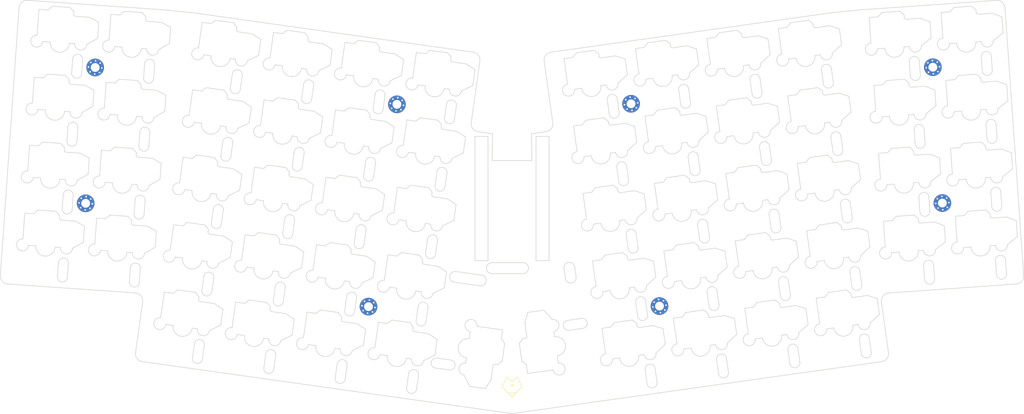
<source format=kicad_pcb>

            
(kicad_pcb (version 20171130) (host pcbnew 5.1.6)

  (page A3)
  (title_block
    (title chonkv_backplate)
    (rev v1.0.0)
    (company Unknown)
  )

  (general
    (thickness 1.6)
  )

  (layers
    (0 F.Cu signal)
    (31 B.Cu signal)
    (32 B.Adhes user)
    (33 F.Adhes user)
    (34 B.Paste user)
    (35 F.Paste user)
    (36 B.SilkS user)
    (37 F.SilkS user)
    (38 B.Mask user)
    (39 F.Mask user)
    (40 Dwgs.User user)
    (41 Cmts.User user)
    (42 Eco1.User user)
    (43 Eco2.User user)
    (44 Edge.Cuts user)
    (45 Margin user)
    (46 B.CrtYd user)
    (47 F.CrtYd user)
    (48 B.Fab user)
    (49 F.Fab user)
  )

  (setup
    (last_trace_width 0.25)
    (trace_clearance 0.2)
    (zone_clearance 0.508)
    (zone_45_only no)
    (trace_min 0.2)
    (via_size 0.8)
    (via_drill 0.4)
    (via_min_size 0.4)
    (via_min_drill 0.3)
    (uvia_size 0.3)
    (uvia_drill 0.1)
    (uvias_allowed no)
    (uvia_min_size 0.2)
    (uvia_min_drill 0.1)
    (edge_width 0.05)
    (segment_width 0.2)
    (pcb_text_width 0.3)
    (pcb_text_size 1.5 1.5)
    (mod_edge_width 0.12)
    (mod_text_size 1 1)
    (mod_text_width 0.15)
    (pad_size 1.524 1.524)
    (pad_drill 0.762)
    (pad_to_mask_clearance 0.05)
    (aux_axis_origin 0 0)
    (visible_elements FFFFFF7F)
    (pcbplotparams
      (layerselection 0x010fc_ffffffff)
      (usegerberextensions false)
      (usegerberattributes true)
      (usegerberadvancedattributes true)
      (creategerberjobfile true)
      (excludeedgelayer true)
      (linewidth 0.100000)
      (plotframeref false)
      (viasonmask false)
      (mode 1)
      (useauxorigin false)
      (hpglpennumber 1)
      (hpglpenspeed 20)
      (hpglpendiameter 15.000000)
      (psnegative false)
      (psa4output false)
      (plotreference true)
      (plotvalue true)
      (plotinvisibletext false)
      (padsonsilk false)
      (subtractmaskfromsilk false)
      (outputformat 1)
      (mirror false)
      (drillshape 1)
      (scaleselection 1)
      (outputdirectory ""))
  )

            (net 0 "")
(net 1 "RAW")
(net 2 "GND")
(net 3 "RST")
(net 4 "VCC")
(net 5 "P21")
(net 6 "P20")
(net 7 "P19")
(net 8 "P18")
(net 9 "P15")
(net 10 "P14")
(net 11 "P16")
(net 12 "P10")
(net 13 "P1")
(net 14 "P0")
(net 15 "P2")
(net 16 "P3")
(net 17 "P4")
(net 18 "P5")
(net 19 "P6")
(net 20 "P7")
(net 21 "P8")
(net 22 "P9")
(net 23 "BAT_POS")
            
  (net_class Default "This is the default net class."
    (clearance 0.2)
    (trace_width 0.25)
    (via_dia 0.8)
    (via_drill 0.4)
    (uvia_dia 0.3)
    (uvia_drill 0.1)
    (add_net "")
(add_net "RAW")
(add_net "GND")
(add_net "RST")
(add_net "VCC")
(add_net "P21")
(add_net "P20")
(add_net "P19")
(add_net "P18")
(add_net "P15")
(add_net "P14")
(add_net "P16")
(add_net "P10")
(add_net "P1")
(add_net "P0")
(add_net "P2")
(add_net "P3")
(add_net "P4")
(add_net "P5")
(add_net "P6")
(add_net "P7")
(add_net "P8")
(add_net "P9")
(add_net "BAT_POS")
  )

            
      (module PG1350 (layer F.Cu) (tedit 5DD50112)
      (at 111.9227706 91.0290801 -4)

      
      
        
      
      

      

      (fp_line (start -2.25 -8.95) (end 2.25 -8.95) (layer Edge.Cuts) (width 0.15))
      (fp_line (start 2.25 -8.95) (end 3.25 -7.95) (layer Edge.Cuts) (width 0.15))
      (fp_line (start 3.25 -7.95) (end 3.25 -7.35) (layer Edge.Cuts) (width 0.15))
      (fp_arc (start 3.75 -7.35) (end 3.25 -7.35) (angle -90) (layer Edge.Cuts) (width 0.15))
      (fp_line (start 3.75 -6.85) (end 7.25 -6.85) (layer Edge.Cuts) (width 0.15))

      (fp_line (start 7.25 -6.85) (end 9.6 -5.75) (layer Edge.Cuts) (width 0.15))
      
      (fp_line (start 9.6 -5.75) (end 9.6 -1.75) (layer Edge.Cuts) (width 0.15))

      (fp_line (start 9.6 -1.75) (end 7 0) (layer Edge.Cuts) (width 0.15))
      
      (fp_arc (start 5.5 0.0) (end 4 0.0) (angle -180) (layer Edge.Cuts) (width 0.15))
      
      (fp_line (start 4 0) (end 2.65 0) (layer Edge.Cuts) (width 0.15))
      (fp_arc (start 0.25 0.0) (end -2.15 0.0) (angle -180) (layer Edge.Cuts) (width 0.15))
      (fp_line (start -2.15 0) (end -4 0) (layer Edge.Cuts) (width 0.15))

      (fp_arc (start -5.5 0) (end -5.5 -1.5) (angle -270) (layer Edge.Cuts) (width 0.15))

      (fp_line (start -5.5 -1.5) (end -5.5 -7.95) (layer Edge.Cuts) (width 0.15))
      (fp_line (start -5.5 -7.95) (end -3.25 -7.95) (layer Edge.Cuts) (width 0.15))
      (fp_line (start -3.25 -7.95) (end -2.25 -8.95) (layer Edge.Cuts) (width 0.15))


      
  
      

      
      )

            (module ComboDiode (layer F.Cu) (tedit 5B24D78E)

            (at 116.52344240000001 96.91434290000001 86)

            (fp_arc (start 1.75 0) (end 1.75 1.25) (angle -180) (layer Edge.Cuts) (width 0.15))
            (fp_line (start 1.75 1.25) (end -1.75 1.25) (layer Edge.Cuts) (width 0.15))
            (fp_arc (start -1.75 0) (end -1.75 1.25) (angle 180) (layer Edge.Cuts) (width 0.15))
            (fp_line (start -1.75 -1.25) (end 1.75 -1.25) (layer Edge.Cuts) (width 0.15))
        )
        

      (module PG1350 (layer F.Cu) (tedit 5DD50112)
      (at 113.1086307 74.0704912 -4)

      
      
        
      
      

      

      (fp_line (start -2.25 -8.95) (end 2.25 -8.95) (layer Edge.Cuts) (width 0.15))
      (fp_line (start 2.25 -8.95) (end 3.25 -7.95) (layer Edge.Cuts) (width 0.15))
      (fp_line (start 3.25 -7.95) (end 3.25 -7.35) (layer Edge.Cuts) (width 0.15))
      (fp_arc (start 3.75 -7.35) (end 3.25 -7.35) (angle -90) (layer Edge.Cuts) (width 0.15))
      (fp_line (start 3.75 -6.85) (end 7.25 -6.85) (layer Edge.Cuts) (width 0.15))

      (fp_line (start 7.25 -6.85) (end 9.6 -5.75) (layer Edge.Cuts) (width 0.15))
      
      (fp_line (start 9.6 -5.75) (end 9.6 -1.75) (layer Edge.Cuts) (width 0.15))

      (fp_line (start 9.6 -1.75) (end 7 0) (layer Edge.Cuts) (width 0.15))
      
      (fp_arc (start 5.5 0.0) (end 4 0.0) (angle -180) (layer Edge.Cuts) (width 0.15))
      
      (fp_line (start 4 0) (end 2.65 0) (layer Edge.Cuts) (width 0.15))
      (fp_arc (start 0.25 0.0) (end -2.15 0.0) (angle -180) (layer Edge.Cuts) (width 0.15))
      (fp_line (start -2.15 0) (end -4 0) (layer Edge.Cuts) (width 0.15))

      (fp_arc (start -5.5 0) (end -5.5 -1.5) (angle -270) (layer Edge.Cuts) (width 0.15))

      (fp_line (start -5.5 -1.5) (end -5.5 -7.95) (layer Edge.Cuts) (width 0.15))
      (fp_line (start -5.5 -7.95) (end -3.25 -7.95) (layer Edge.Cuts) (width 0.15))
      (fp_line (start -3.25 -7.95) (end -2.25 -8.95) (layer Edge.Cuts) (width 0.15))


      
  
      

      
      )

            (module ComboDiode (layer F.Cu) (tedit 5B24D78E)

            (at 117.7093025 79.95575400000001 86)

            (fp_arc (start 1.75 0) (end 1.75 1.25) (angle -180) (layer Edge.Cuts) (width 0.15))
            (fp_line (start 1.75 1.25) (end -1.75 1.25) (layer Edge.Cuts) (width 0.15))
            (fp_arc (start -1.75 0) (end -1.75 1.25) (angle 180) (layer Edge.Cuts) (width 0.15))
            (fp_line (start -1.75 -1.25) (end 1.75 -1.25) (layer Edge.Cuts) (width 0.15))
        )
        

      (module PG1350 (layer F.Cu) (tedit 5DD50112)
      (at 114.2944907 57.1119024 -4)

      
      
        
      
      

      

      (fp_line (start -2.25 -8.95) (end 2.25 -8.95) (layer Edge.Cuts) (width 0.15))
      (fp_line (start 2.25 -8.95) (end 3.25 -7.95) (layer Edge.Cuts) (width 0.15))
      (fp_line (start 3.25 -7.95) (end 3.25 -7.35) (layer Edge.Cuts) (width 0.15))
      (fp_arc (start 3.75 -7.35) (end 3.25 -7.35) (angle -90) (layer Edge.Cuts) (width 0.15))
      (fp_line (start 3.75 -6.85) (end 7.25 -6.85) (layer Edge.Cuts) (width 0.15))

      (fp_line (start 7.25 -6.85) (end 9.6 -5.75) (layer Edge.Cuts) (width 0.15))
      
      (fp_line (start 9.6 -5.75) (end 9.6 -1.75) (layer Edge.Cuts) (width 0.15))

      (fp_line (start 9.6 -1.75) (end 7 0) (layer Edge.Cuts) (width 0.15))
      
      (fp_arc (start 5.5 0.0) (end 4 0.0) (angle -180) (layer Edge.Cuts) (width 0.15))
      
      (fp_line (start 4 0) (end 2.65 0) (layer Edge.Cuts) (width 0.15))
      (fp_arc (start 0.25 0.0) (end -2.15 0.0) (angle -180) (layer Edge.Cuts) (width 0.15))
      (fp_line (start -2.15 0) (end -4 0) (layer Edge.Cuts) (width 0.15))

      (fp_arc (start -5.5 0) (end -5.5 -1.5) (angle -270) (layer Edge.Cuts) (width 0.15))

      (fp_line (start -5.5 -1.5) (end -5.5 -7.95) (layer Edge.Cuts) (width 0.15))
      (fp_line (start -5.5 -7.95) (end -3.25 -7.95) (layer Edge.Cuts) (width 0.15))
      (fp_line (start -3.25 -7.95) (end -2.25 -8.95) (layer Edge.Cuts) (width 0.15))


      
  
      

      
      )

            (module ComboDiode (layer F.Cu) (tedit 5B24D78E)

            (at 118.8951625 62.9971652 86)

            (fp_arc (start 1.75 0) (end 1.75 1.25) (angle -180) (layer Edge.Cuts) (width 0.15))
            (fp_line (start 1.75 1.25) (end -1.75 1.25) (layer Edge.Cuts) (width 0.15))
            (fp_arc (start -1.75 0) (end -1.75 1.25) (angle 180) (layer Edge.Cuts) (width 0.15))
            (fp_line (start -1.75 -1.25) (end 1.75 -1.25) (layer Edge.Cuts) (width 0.15))
        )
        

      (module PG1350 (layer F.Cu) (tedit 5DD50112)
      (at 115.4803508 40.1533135 -4)

      
      
        
      
      

      

      (fp_line (start -2.25 -8.95) (end 2.25 -8.95) (layer Edge.Cuts) (width 0.15))
      (fp_line (start 2.25 -8.95) (end 3.25 -7.95) (layer Edge.Cuts) (width 0.15))
      (fp_line (start 3.25 -7.95) (end 3.25 -7.35) (layer Edge.Cuts) (width 0.15))
      (fp_arc (start 3.75 -7.35) (end 3.25 -7.35) (angle -90) (layer Edge.Cuts) (width 0.15))
      (fp_line (start 3.75 -6.85) (end 7.25 -6.85) (layer Edge.Cuts) (width 0.15))

      (fp_line (start 7.25 -6.85) (end 9.6 -5.75) (layer Edge.Cuts) (width 0.15))
      
      (fp_line (start 9.6 -5.75) (end 9.6 -1.75) (layer Edge.Cuts) (width 0.15))

      (fp_line (start 9.6 -1.75) (end 7 0) (layer Edge.Cuts) (width 0.15))
      
      (fp_arc (start 5.5 0.0) (end 4 0.0) (angle -180) (layer Edge.Cuts) (width 0.15))
      
      (fp_line (start 4 0) (end 2.65 0) (layer Edge.Cuts) (width 0.15))
      (fp_arc (start 0.25 0.0) (end -2.15 0.0) (angle -180) (layer Edge.Cuts) (width 0.15))
      (fp_line (start -2.15 0) (end -4 0) (layer Edge.Cuts) (width 0.15))

      (fp_arc (start -5.5 0) (end -5.5 -1.5) (angle -270) (layer Edge.Cuts) (width 0.15))

      (fp_line (start -5.5 -1.5) (end -5.5 -7.95) (layer Edge.Cuts) (width 0.15))
      (fp_line (start -5.5 -7.95) (end -3.25 -7.95) (layer Edge.Cuts) (width 0.15))
      (fp_line (start -3.25 -7.95) (end -2.25 -8.95) (layer Edge.Cuts) (width 0.15))


      
  
      

      
      )

            (module ComboDiode (layer F.Cu) (tedit 5B24D78E)

            (at 120.0810226 46.0385763 86)

            (fp_arc (start 1.75 0) (end 1.75 1.25) (angle -180) (layer Edge.Cuts) (width 0.15))
            (fp_line (start 1.75 1.25) (end -1.75 1.25) (layer Edge.Cuts) (width 0.15))
            (fp_arc (start -1.75 0) (end -1.75 1.25) (angle 180) (layer Edge.Cuts) (width 0.15))
            (fp_line (start -1.75 -1.25) (end 1.75 -1.25) (layer Edge.Cuts) (width 0.15))
        )
        

      (module PG1350 (layer F.Cu) (tedit 5DD50112)
      (at 129.8789235 92.2846966 -4)

      
      
        
      
      

      

      (fp_line (start -2.25 -8.95) (end 2.25 -8.95) (layer Edge.Cuts) (width 0.15))
      (fp_line (start 2.25 -8.95) (end 3.25 -7.95) (layer Edge.Cuts) (width 0.15))
      (fp_line (start 3.25 -7.95) (end 3.25 -7.35) (layer Edge.Cuts) (width 0.15))
      (fp_arc (start 3.75 -7.35) (end 3.25 -7.35) (angle -90) (layer Edge.Cuts) (width 0.15))
      (fp_line (start 3.75 -6.85) (end 7.25 -6.85) (layer Edge.Cuts) (width 0.15))

      (fp_line (start 7.25 -6.85) (end 9.6 -5.75) (layer Edge.Cuts) (width 0.15))
      
      (fp_line (start 9.6 -5.75) (end 9.6 -1.75) (layer Edge.Cuts) (width 0.15))

      (fp_line (start 9.6 -1.75) (end 7 0) (layer Edge.Cuts) (width 0.15))
      
      (fp_arc (start 5.5 0.0) (end 4 0.0) (angle -180) (layer Edge.Cuts) (width 0.15))
      
      (fp_line (start 4 0) (end 2.65 0) (layer Edge.Cuts) (width 0.15))
      (fp_arc (start 0.25 0.0) (end -2.15 0.0) (angle -180) (layer Edge.Cuts) (width 0.15))
      (fp_line (start -2.15 0) (end -4 0) (layer Edge.Cuts) (width 0.15))

      (fp_arc (start -5.5 0) (end -5.5 -1.5) (angle -270) (layer Edge.Cuts) (width 0.15))

      (fp_line (start -5.5 -1.5) (end -5.5 -7.95) (layer Edge.Cuts) (width 0.15))
      (fp_line (start -5.5 -7.95) (end -3.25 -7.95) (layer Edge.Cuts) (width 0.15))
      (fp_line (start -3.25 -7.95) (end -2.25 -8.95) (layer Edge.Cuts) (width 0.15))


      
  
      

      
      )

            (module ComboDiode (layer F.Cu) (tedit 5B24D78E)

            (at 134.4795953 98.16995940000001 86)

            (fp_arc (start 1.75 0) (end 1.75 1.25) (angle -180) (layer Edge.Cuts) (width 0.15))
            (fp_line (start 1.75 1.25) (end -1.75 1.25) (layer Edge.Cuts) (width 0.15))
            (fp_arc (start -1.75 0) (end -1.75 1.25) (angle 180) (layer Edge.Cuts) (width 0.15))
            (fp_line (start -1.75 -1.25) (end 1.75 -1.25) (layer Edge.Cuts) (width 0.15))
        )
        

      (module PG1350 (layer F.Cu) (tedit 5DD50112)
      (at 131.0647836 75.3261077 -4)

      
      
        
      
      

      

      (fp_line (start -2.25 -8.95) (end 2.25 -8.95) (layer Edge.Cuts) (width 0.15))
      (fp_line (start 2.25 -8.95) (end 3.25 -7.95) (layer Edge.Cuts) (width 0.15))
      (fp_line (start 3.25 -7.95) (end 3.25 -7.35) (layer Edge.Cuts) (width 0.15))
      (fp_arc (start 3.75 -7.35) (end 3.25 -7.35) (angle -90) (layer Edge.Cuts) (width 0.15))
      (fp_line (start 3.75 -6.85) (end 7.25 -6.85) (layer Edge.Cuts) (width 0.15))

      (fp_line (start 7.25 -6.85) (end 9.6 -5.75) (layer Edge.Cuts) (width 0.15))
      
      (fp_line (start 9.6 -5.75) (end 9.6 -1.75) (layer Edge.Cuts) (width 0.15))

      (fp_line (start 9.6 -1.75) (end 7 0) (layer Edge.Cuts) (width 0.15))
      
      (fp_arc (start 5.5 0.0) (end 4 0.0) (angle -180) (layer Edge.Cuts) (width 0.15))
      
      (fp_line (start 4 0) (end 2.65 0) (layer Edge.Cuts) (width 0.15))
      (fp_arc (start 0.25 0.0) (end -2.15 0.0) (angle -180) (layer Edge.Cuts) (width 0.15))
      (fp_line (start -2.15 0) (end -4 0) (layer Edge.Cuts) (width 0.15))

      (fp_arc (start -5.5 0) (end -5.5 -1.5) (angle -270) (layer Edge.Cuts) (width 0.15))

      (fp_line (start -5.5 -1.5) (end -5.5 -7.95) (layer Edge.Cuts) (width 0.15))
      (fp_line (start -5.5 -7.95) (end -3.25 -7.95) (layer Edge.Cuts) (width 0.15))
      (fp_line (start -3.25 -7.95) (end -2.25 -8.95) (layer Edge.Cuts) (width 0.15))


      
  
      

      
      )

            (module ComboDiode (layer F.Cu) (tedit 5B24D78E)

            (at 135.66545539999998 81.21137049999999 86)

            (fp_arc (start 1.75 0) (end 1.75 1.25) (angle -180) (layer Edge.Cuts) (width 0.15))
            (fp_line (start 1.75 1.25) (end -1.75 1.25) (layer Edge.Cuts) (width 0.15))
            (fp_arc (start -1.75 0) (end -1.75 1.25) (angle 180) (layer Edge.Cuts) (width 0.15))
            (fp_line (start -1.75 -1.25) (end 1.75 -1.25) (layer Edge.Cuts) (width 0.15))
        )
        

      (module PG1350 (layer F.Cu) (tedit 5DD50112)
      (at 132.2506436 58.3675189 -4)

      
      
        
      
      

      

      (fp_line (start -2.25 -8.95) (end 2.25 -8.95) (layer Edge.Cuts) (width 0.15))
      (fp_line (start 2.25 -8.95) (end 3.25 -7.95) (layer Edge.Cuts) (width 0.15))
      (fp_line (start 3.25 -7.95) (end 3.25 -7.35) (layer Edge.Cuts) (width 0.15))
      (fp_arc (start 3.75 -7.35) (end 3.25 -7.35) (angle -90) (layer Edge.Cuts) (width 0.15))
      (fp_line (start 3.75 -6.85) (end 7.25 -6.85) (layer Edge.Cuts) (width 0.15))

      (fp_line (start 7.25 -6.85) (end 9.6 -5.75) (layer Edge.Cuts) (width 0.15))
      
      (fp_line (start 9.6 -5.75) (end 9.6 -1.75) (layer Edge.Cuts) (width 0.15))

      (fp_line (start 9.6 -1.75) (end 7 0) (layer Edge.Cuts) (width 0.15))
      
      (fp_arc (start 5.5 0.0) (end 4 0.0) (angle -180) (layer Edge.Cuts) (width 0.15))
      
      (fp_line (start 4 0) (end 2.65 0) (layer Edge.Cuts) (width 0.15))
      (fp_arc (start 0.25 0.0) (end -2.15 0.0) (angle -180) (layer Edge.Cuts) (width 0.15))
      (fp_line (start -2.15 0) (end -4 0) (layer Edge.Cuts) (width 0.15))

      (fp_arc (start -5.5 0) (end -5.5 -1.5) (angle -270) (layer Edge.Cuts) (width 0.15))

      (fp_line (start -5.5 -1.5) (end -5.5 -7.95) (layer Edge.Cuts) (width 0.15))
      (fp_line (start -5.5 -7.95) (end -3.25 -7.95) (layer Edge.Cuts) (width 0.15))
      (fp_line (start -3.25 -7.95) (end -2.25 -8.95) (layer Edge.Cuts) (width 0.15))


      
  
      

      
      )

            (module ComboDiode (layer F.Cu) (tedit 5B24D78E)

            (at 136.85131539999998 64.2527817 86)

            (fp_arc (start 1.75 0) (end 1.75 1.25) (angle -180) (layer Edge.Cuts) (width 0.15))
            (fp_line (start 1.75 1.25) (end -1.75 1.25) (layer Edge.Cuts) (width 0.15))
            (fp_arc (start -1.75 0) (end -1.75 1.25) (angle 180) (layer Edge.Cuts) (width 0.15))
            (fp_line (start -1.75 -1.25) (end 1.75 -1.25) (layer Edge.Cuts) (width 0.15))
        )
        

      (module PG1350 (layer F.Cu) (tedit 5DD50112)
      (at 133.4365037 41.40893 -4)

      
      
        
      
      

      

      (fp_line (start -2.25 -8.95) (end 2.25 -8.95) (layer Edge.Cuts) (width 0.15))
      (fp_line (start 2.25 -8.95) (end 3.25 -7.95) (layer Edge.Cuts) (width 0.15))
      (fp_line (start 3.25 -7.95) (end 3.25 -7.35) (layer Edge.Cuts) (width 0.15))
      (fp_arc (start 3.75 -7.35) (end 3.25 -7.35) (angle -90) (layer Edge.Cuts) (width 0.15))
      (fp_line (start 3.75 -6.85) (end 7.25 -6.85) (layer Edge.Cuts) (width 0.15))

      (fp_line (start 7.25 -6.85) (end 9.6 -5.75) (layer Edge.Cuts) (width 0.15))
      
      (fp_line (start 9.6 -5.75) (end 9.6 -1.75) (layer Edge.Cuts) (width 0.15))

      (fp_line (start 9.6 -1.75) (end 7 0) (layer Edge.Cuts) (width 0.15))
      
      (fp_arc (start 5.5 0.0) (end 4 0.0) (angle -180) (layer Edge.Cuts) (width 0.15))
      
      (fp_line (start 4 0) (end 2.65 0) (layer Edge.Cuts) (width 0.15))
      (fp_arc (start 0.25 0.0) (end -2.15 0.0) (angle -180) (layer Edge.Cuts) (width 0.15))
      (fp_line (start -2.15 0) (end -4 0) (layer Edge.Cuts) (width 0.15))

      (fp_arc (start -5.5 0) (end -5.5 -1.5) (angle -270) (layer Edge.Cuts) (width 0.15))

      (fp_line (start -5.5 -1.5) (end -5.5 -7.95) (layer Edge.Cuts) (width 0.15))
      (fp_line (start -5.5 -7.95) (end -3.25 -7.95) (layer Edge.Cuts) (width 0.15))
      (fp_line (start -3.25 -7.95) (end -2.25 -8.95) (layer Edge.Cuts) (width 0.15))


      
  
      

      
      )

            (module ComboDiode (layer F.Cu) (tedit 5B24D78E)

            (at 138.0371755 47.2941928 86)

            (fp_arc (start 1.75 0) (end 1.75 1.25) (angle -180) (layer Edge.Cuts) (width 0.15))
            (fp_line (start 1.75 1.25) (end -1.75 1.25) (layer Edge.Cuts) (width 0.15))
            (fp_arc (start -1.75 0) (end -1.75 1.25) (angle 180) (layer Edge.Cuts) (width 0.15))
            (fp_line (start -1.75 -1.25) (end 1.75 -1.25) (layer Edge.Cuts) (width 0.15))
        )
        

      (module PG1350 (layer F.Cu) (tedit 5DD50112)
      (at 146.1584587 111.06605 -8)

      
      
        
      
      

      

      (fp_line (start -2.25 -8.95) (end 2.25 -8.95) (layer Edge.Cuts) (width 0.15))
      (fp_line (start 2.25 -8.95) (end 3.25 -7.95) (layer Edge.Cuts) (width 0.15))
      (fp_line (start 3.25 -7.95) (end 3.25 -7.35) (layer Edge.Cuts) (width 0.15))
      (fp_arc (start 3.75 -7.35) (end 3.25 -7.35) (angle -90) (layer Edge.Cuts) (width 0.15))
      (fp_line (start 3.75 -6.85) (end 7.25 -6.85) (layer Edge.Cuts) (width 0.15))

      (fp_line (start 7.25 -6.85) (end 9.6 -5.75) (layer Edge.Cuts) (width 0.15))
      
      (fp_line (start 9.6 -5.75) (end 9.6 -1.75) (layer Edge.Cuts) (width 0.15))

      (fp_line (start 9.6 -1.75) (end 7 0) (layer Edge.Cuts) (width 0.15))
      
      (fp_arc (start 5.5 0.0) (end 4 0.0) (angle -180) (layer Edge.Cuts) (width 0.15))
      
      (fp_line (start 4 0) (end 2.65 0) (layer Edge.Cuts) (width 0.15))
      (fp_arc (start 0.25 0.0) (end -2.15 0.0) (angle -180) (layer Edge.Cuts) (width 0.15))
      (fp_line (start -2.15 0) (end -4 0) (layer Edge.Cuts) (width 0.15))

      (fp_arc (start -5.5 0) (end -5.5 -1.5) (angle -270) (layer Edge.Cuts) (width 0.15))

      (fp_line (start -5.5 -1.5) (end -5.5 -7.95) (layer Edge.Cuts) (width 0.15))
      (fp_line (start -5.5 -7.95) (end -3.25 -7.95) (layer Edge.Cuts) (width 0.15))
      (fp_line (start -3.25 -7.95) (end -2.25 -8.95) (layer Edge.Cuts) (width 0.15))


      
  
      

      
      )

            (module ComboDiode (layer F.Cu) (tedit 5B24D78E)

            (at 150.33738830000001 117.25790330000001 82)

            (fp_arc (start 1.75 0) (end 1.75 1.25) (angle -180) (layer Edge.Cuts) (width 0.15))
            (fp_line (start 1.75 1.25) (end -1.75 1.25) (layer Edge.Cuts) (width 0.15))
            (fp_arc (start -1.75 0) (end -1.75 1.25) (angle 180) (layer Edge.Cuts) (width 0.15))
            (fp_line (start -1.75 -1.25) (end 1.75 -1.25) (layer Edge.Cuts) (width 0.15))
        )
        

      (module PG1350 (layer F.Cu) (tedit 5DD50112)
      (at 148.5244014 94.2314928 -8)

      
      
        
      
      

      

      (fp_line (start -2.25 -8.95) (end 2.25 -8.95) (layer Edge.Cuts) (width 0.15))
      (fp_line (start 2.25 -8.95) (end 3.25 -7.95) (layer Edge.Cuts) (width 0.15))
      (fp_line (start 3.25 -7.95) (end 3.25 -7.35) (layer Edge.Cuts) (width 0.15))
      (fp_arc (start 3.75 -7.35) (end 3.25 -7.35) (angle -90) (layer Edge.Cuts) (width 0.15))
      (fp_line (start 3.75 -6.85) (end 7.25 -6.85) (layer Edge.Cuts) (width 0.15))

      (fp_line (start 7.25 -6.85) (end 9.6 -5.75) (layer Edge.Cuts) (width 0.15))
      
      (fp_line (start 9.6 -5.75) (end 9.6 -1.75) (layer Edge.Cuts) (width 0.15))

      (fp_line (start 9.6 -1.75) (end 7 0) (layer Edge.Cuts) (width 0.15))
      
      (fp_arc (start 5.5 0.0) (end 4 0.0) (angle -180) (layer Edge.Cuts) (width 0.15))
      
      (fp_line (start 4 0) (end 2.65 0) (layer Edge.Cuts) (width 0.15))
      (fp_arc (start 0.25 0.0) (end -2.15 0.0) (angle -180) (layer Edge.Cuts) (width 0.15))
      (fp_line (start -2.15 0) (end -4 0) (layer Edge.Cuts) (width 0.15))

      (fp_arc (start -5.5 0) (end -5.5 -1.5) (angle -270) (layer Edge.Cuts) (width 0.15))

      (fp_line (start -5.5 -1.5) (end -5.5 -7.95) (layer Edge.Cuts) (width 0.15))
      (fp_line (start -5.5 -7.95) (end -3.25 -7.95) (layer Edge.Cuts) (width 0.15))
      (fp_line (start -3.25 -7.95) (end -2.25 -8.95) (layer Edge.Cuts) (width 0.15))


      
  
      

      
      )

            (module ComboDiode (layer F.Cu) (tedit 5B24D78E)

            (at 152.703331 100.4233461 82)

            (fp_arc (start 1.75 0) (end 1.75 1.25) (angle -180) (layer Edge.Cuts) (width 0.15))
            (fp_line (start 1.75 1.25) (end -1.75 1.25) (layer Edge.Cuts) (width 0.15))
            (fp_arc (start -1.75 0) (end -1.75 1.25) (angle 180) (layer Edge.Cuts) (width 0.15))
            (fp_line (start -1.75 -1.25) (end 1.75 -1.25) (layer Edge.Cuts) (width 0.15))
        )
        

      (module PG1350 (layer F.Cu) (tedit 5DD50112)
      (at 150.8903441 77.3969357 -8)

      
      
        
      
      

      

      (fp_line (start -2.25 -8.95) (end 2.25 -8.95) (layer Edge.Cuts) (width 0.15))
      (fp_line (start 2.25 -8.95) (end 3.25 -7.95) (layer Edge.Cuts) (width 0.15))
      (fp_line (start 3.25 -7.95) (end 3.25 -7.35) (layer Edge.Cuts) (width 0.15))
      (fp_arc (start 3.75 -7.35) (end 3.25 -7.35) (angle -90) (layer Edge.Cuts) (width 0.15))
      (fp_line (start 3.75 -6.85) (end 7.25 -6.85) (layer Edge.Cuts) (width 0.15))

      (fp_line (start 7.25 -6.85) (end 9.6 -5.75) (layer Edge.Cuts) (width 0.15))
      
      (fp_line (start 9.6 -5.75) (end 9.6 -1.75) (layer Edge.Cuts) (width 0.15))

      (fp_line (start 9.6 -1.75) (end 7 0) (layer Edge.Cuts) (width 0.15))
      
      (fp_arc (start 5.5 0.0) (end 4 0.0) (angle -180) (layer Edge.Cuts) (width 0.15))
      
      (fp_line (start 4 0) (end 2.65 0) (layer Edge.Cuts) (width 0.15))
      (fp_arc (start 0.25 0.0) (end -2.15 0.0) (angle -180) (layer Edge.Cuts) (width 0.15))
      (fp_line (start -2.15 0) (end -4 0) (layer Edge.Cuts) (width 0.15))

      (fp_arc (start -5.5 0) (end -5.5 -1.5) (angle -270) (layer Edge.Cuts) (width 0.15))

      (fp_line (start -5.5 -1.5) (end -5.5 -7.95) (layer Edge.Cuts) (width 0.15))
      (fp_line (start -5.5 -7.95) (end -3.25 -7.95) (layer Edge.Cuts) (width 0.15))
      (fp_line (start -3.25 -7.95) (end -2.25 -8.95) (layer Edge.Cuts) (width 0.15))


      
  
      

      
      )

            (module ComboDiode (layer F.Cu) (tedit 5B24D78E)

            (at 155.0692737 83.588789 82)

            (fp_arc (start 1.75 0) (end 1.75 1.25) (angle -180) (layer Edge.Cuts) (width 0.15))
            (fp_line (start 1.75 1.25) (end -1.75 1.25) (layer Edge.Cuts) (width 0.15))
            (fp_arc (start -1.75 0) (end -1.75 1.25) (angle 180) (layer Edge.Cuts) (width 0.15))
            (fp_line (start -1.75 -1.25) (end 1.75 -1.25) (layer Edge.Cuts) (width 0.15))
        )
        

      (module PG1350 (layer F.Cu) (tedit 5DD50112)
      (at 153.2562868 60.5623785 -8)

      
      
        
      
      

      

      (fp_line (start -2.25 -8.95) (end 2.25 -8.95) (layer Edge.Cuts) (width 0.15))
      (fp_line (start 2.25 -8.95) (end 3.25 -7.95) (layer Edge.Cuts) (width 0.15))
      (fp_line (start 3.25 -7.95) (end 3.25 -7.35) (layer Edge.Cuts) (width 0.15))
      (fp_arc (start 3.75 -7.35) (end 3.25 -7.35) (angle -90) (layer Edge.Cuts) (width 0.15))
      (fp_line (start 3.75 -6.85) (end 7.25 -6.85) (layer Edge.Cuts) (width 0.15))

      (fp_line (start 7.25 -6.85) (end 9.6 -5.75) (layer Edge.Cuts) (width 0.15))
      
      (fp_line (start 9.6 -5.75) (end 9.6 -1.75) (layer Edge.Cuts) (width 0.15))

      (fp_line (start 9.6 -1.75) (end 7 0) (layer Edge.Cuts) (width 0.15))
      
      (fp_arc (start 5.5 0.0) (end 4 0.0) (angle -180) (layer Edge.Cuts) (width 0.15))
      
      (fp_line (start 4 0) (end 2.65 0) (layer Edge.Cuts) (width 0.15))
      (fp_arc (start 0.25 0.0) (end -2.15 0.0) (angle -180) (layer Edge.Cuts) (width 0.15))
      (fp_line (start -2.15 0) (end -4 0) (layer Edge.Cuts) (width 0.15))

      (fp_arc (start -5.5 0) (end -5.5 -1.5) (angle -270) (layer Edge.Cuts) (width 0.15))

      (fp_line (start -5.5 -1.5) (end -5.5 -7.95) (layer Edge.Cuts) (width 0.15))
      (fp_line (start -5.5 -7.95) (end -3.25 -7.95) (layer Edge.Cuts) (width 0.15))
      (fp_line (start -3.25 -7.95) (end -2.25 -8.95) (layer Edge.Cuts) (width 0.15))


      
  
      

      
      )

            (module ComboDiode (layer F.Cu) (tedit 5B24D78E)

            (at 157.4352164 66.7542318 82)

            (fp_arc (start 1.75 0) (end 1.75 1.25) (angle -180) (layer Edge.Cuts) (width 0.15))
            (fp_line (start 1.75 1.25) (end -1.75 1.25) (layer Edge.Cuts) (width 0.15))
            (fp_arc (start -1.75 0) (end -1.75 1.25) (angle 180) (layer Edge.Cuts) (width 0.15))
            (fp_line (start -1.75 -1.25) (end 1.75 -1.25) (layer Edge.Cuts) (width 0.15))
        )
        

      (module PG1350 (layer F.Cu) (tedit 5DD50112)
      (at 155.6222295 43.7278213 -8)

      
      
        
      
      

      

      (fp_line (start -2.25 -8.95) (end 2.25 -8.95) (layer Edge.Cuts) (width 0.15))
      (fp_line (start 2.25 -8.95) (end 3.25 -7.95) (layer Edge.Cuts) (width 0.15))
      (fp_line (start 3.25 -7.95) (end 3.25 -7.35) (layer Edge.Cuts) (width 0.15))
      (fp_arc (start 3.75 -7.35) (end 3.25 -7.35) (angle -90) (layer Edge.Cuts) (width 0.15))
      (fp_line (start 3.75 -6.85) (end 7.25 -6.85) (layer Edge.Cuts) (width 0.15))

      (fp_line (start 7.25 -6.85) (end 9.6 -5.75) (layer Edge.Cuts) (width 0.15))
      
      (fp_line (start 9.6 -5.75) (end 9.6 -1.75) (layer Edge.Cuts) (width 0.15))

      (fp_line (start 9.6 -1.75) (end 7 0) (layer Edge.Cuts) (width 0.15))
      
      (fp_arc (start 5.5 0.0) (end 4 0.0) (angle -180) (layer Edge.Cuts) (width 0.15))
      
      (fp_line (start 4 0) (end 2.65 0) (layer Edge.Cuts) (width 0.15))
      (fp_arc (start 0.25 0.0) (end -2.15 0.0) (angle -180) (layer Edge.Cuts) (width 0.15))
      (fp_line (start -2.15 0) (end -4 0) (layer Edge.Cuts) (width 0.15))

      (fp_arc (start -5.5 0) (end -5.5 -1.5) (angle -270) (layer Edge.Cuts) (width 0.15))

      (fp_line (start -5.5 -1.5) (end -5.5 -7.95) (layer Edge.Cuts) (width 0.15))
      (fp_line (start -5.5 -7.95) (end -3.25 -7.95) (layer Edge.Cuts) (width 0.15))
      (fp_line (start -3.25 -7.95) (end -2.25 -8.95) (layer Edge.Cuts) (width 0.15))


      
  
      

      
      )

            (module ComboDiode (layer F.Cu) (tedit 5B24D78E)

            (at 159.8011591 49.9196746 82)

            (fp_arc (start 1.75 0) (end 1.75 1.25) (angle -180) (layer Edge.Cuts) (width 0.15))
            (fp_line (start 1.75 1.25) (end -1.75 1.25) (layer Edge.Cuts) (width 0.15))
            (fp_arc (start -1.75 0) (end -1.75 1.25) (angle 180) (layer Edge.Cuts) (width 0.15))
            (fp_line (start -1.75 -1.25) (end 1.75 -1.25) (layer Edge.Cuts) (width 0.15))
        )
        

      (module PG1350 (layer F.Cu) (tedit 5DD50112)
      (at 163.9832839 113.5711658 -8)

      
      
        
      
      

      

      (fp_line (start -2.25 -8.95) (end 2.25 -8.95) (layer Edge.Cuts) (width 0.15))
      (fp_line (start 2.25 -8.95) (end 3.25 -7.95) (layer Edge.Cuts) (width 0.15))
      (fp_line (start 3.25 -7.95) (end 3.25 -7.35) (layer Edge.Cuts) (width 0.15))
      (fp_arc (start 3.75 -7.35) (end 3.25 -7.35) (angle -90) (layer Edge.Cuts) (width 0.15))
      (fp_line (start 3.75 -6.85) (end 7.25 -6.85) (layer Edge.Cuts) (width 0.15))

      (fp_line (start 7.25 -6.85) (end 9.6 -5.75) (layer Edge.Cuts) (width 0.15))
      
      (fp_line (start 9.6 -5.75) (end 9.6 -1.75) (layer Edge.Cuts) (width 0.15))

      (fp_line (start 9.6 -1.75) (end 7 0) (layer Edge.Cuts) (width 0.15))
      
      (fp_arc (start 5.5 0.0) (end 4 0.0) (angle -180) (layer Edge.Cuts) (width 0.15))
      
      (fp_line (start 4 0) (end 2.65 0) (layer Edge.Cuts) (width 0.15))
      (fp_arc (start 0.25 0.0) (end -2.15 0.0) (angle -180) (layer Edge.Cuts) (width 0.15))
      (fp_line (start -2.15 0) (end -4 0) (layer Edge.Cuts) (width 0.15))

      (fp_arc (start -5.5 0) (end -5.5 -1.5) (angle -270) (layer Edge.Cuts) (width 0.15))

      (fp_line (start -5.5 -1.5) (end -5.5 -7.95) (layer Edge.Cuts) (width 0.15))
      (fp_line (start -5.5 -7.95) (end -3.25 -7.95) (layer Edge.Cuts) (width 0.15))
      (fp_line (start -3.25 -7.95) (end -2.25 -8.95) (layer Edge.Cuts) (width 0.15))


      
  
      

      
      )

            (module ComboDiode (layer F.Cu) (tedit 5B24D78E)

            (at 168.1622135 119.76301910000001 82)

            (fp_arc (start 1.75 0) (end 1.75 1.25) (angle -180) (layer Edge.Cuts) (width 0.15))
            (fp_line (start 1.75 1.25) (end -1.75 1.25) (layer Edge.Cuts) (width 0.15))
            (fp_arc (start -1.75 0) (end -1.75 1.25) (angle 180) (layer Edge.Cuts) (width 0.15))
            (fp_line (start -1.75 -1.25) (end 1.75 -1.25) (layer Edge.Cuts) (width 0.15))
        )
        

      (module PG1350 (layer F.Cu) (tedit 5DD50112)
      (at 166.3492267 96.7366087 -8)

      
      
        
      
      

      

      (fp_line (start -2.25 -8.95) (end 2.25 -8.95) (layer Edge.Cuts) (width 0.15))
      (fp_line (start 2.25 -8.95) (end 3.25 -7.95) (layer Edge.Cuts) (width 0.15))
      (fp_line (start 3.25 -7.95) (end 3.25 -7.35) (layer Edge.Cuts) (width 0.15))
      (fp_arc (start 3.75 -7.35) (end 3.25 -7.35) (angle -90) (layer Edge.Cuts) (width 0.15))
      (fp_line (start 3.75 -6.85) (end 7.25 -6.85) (layer Edge.Cuts) (width 0.15))

      (fp_line (start 7.25 -6.85) (end 9.6 -5.75) (layer Edge.Cuts) (width 0.15))
      
      (fp_line (start 9.6 -5.75) (end 9.6 -1.75) (layer Edge.Cuts) (width 0.15))

      (fp_line (start 9.6 -1.75) (end 7 0) (layer Edge.Cuts) (width 0.15))
      
      (fp_arc (start 5.5 0.0) (end 4 0.0) (angle -180) (layer Edge.Cuts) (width 0.15))
      
      (fp_line (start 4 0) (end 2.65 0) (layer Edge.Cuts) (width 0.15))
      (fp_arc (start 0.25 0.0) (end -2.15 0.0) (angle -180) (layer Edge.Cuts) (width 0.15))
      (fp_line (start -2.15 0) (end -4 0) (layer Edge.Cuts) (width 0.15))

      (fp_arc (start -5.5 0) (end -5.5 -1.5) (angle -270) (layer Edge.Cuts) (width 0.15))

      (fp_line (start -5.5 -1.5) (end -5.5 -7.95) (layer Edge.Cuts) (width 0.15))
      (fp_line (start -5.5 -7.95) (end -3.25 -7.95) (layer Edge.Cuts) (width 0.15))
      (fp_line (start -3.25 -7.95) (end -2.25 -8.95) (layer Edge.Cuts) (width 0.15))


      
  
      

      
      )

            (module ComboDiode (layer F.Cu) (tedit 5B24D78E)

            (at 170.5281563 102.92846200000001 82)

            (fp_arc (start 1.75 0) (end 1.75 1.25) (angle -180) (layer Edge.Cuts) (width 0.15))
            (fp_line (start 1.75 1.25) (end -1.75 1.25) (layer Edge.Cuts) (width 0.15))
            (fp_arc (start -1.75 0) (end -1.75 1.25) (angle 180) (layer Edge.Cuts) (width 0.15))
            (fp_line (start -1.75 -1.25) (end 1.75 -1.25) (layer Edge.Cuts) (width 0.15))
        )
        

      (module PG1350 (layer F.Cu) (tedit 5DD50112)
      (at 168.7151693 79.9020515 -8)

      
      
        
      
      

      

      (fp_line (start -2.25 -8.95) (end 2.25 -8.95) (layer Edge.Cuts) (width 0.15))
      (fp_line (start 2.25 -8.95) (end 3.25 -7.95) (layer Edge.Cuts) (width 0.15))
      (fp_line (start 3.25 -7.95) (end 3.25 -7.35) (layer Edge.Cuts) (width 0.15))
      (fp_arc (start 3.75 -7.35) (end 3.25 -7.35) (angle -90) (layer Edge.Cuts) (width 0.15))
      (fp_line (start 3.75 -6.85) (end 7.25 -6.85) (layer Edge.Cuts) (width 0.15))

      (fp_line (start 7.25 -6.85) (end 9.6 -5.75) (layer Edge.Cuts) (width 0.15))
      
      (fp_line (start 9.6 -5.75) (end 9.6 -1.75) (layer Edge.Cuts) (width 0.15))

      (fp_line (start 9.6 -1.75) (end 7 0) (layer Edge.Cuts) (width 0.15))
      
      (fp_arc (start 5.5 0.0) (end 4 0.0) (angle -180) (layer Edge.Cuts) (width 0.15))
      
      (fp_line (start 4 0) (end 2.65 0) (layer Edge.Cuts) (width 0.15))
      (fp_arc (start 0.25 0.0) (end -2.15 0.0) (angle -180) (layer Edge.Cuts) (width 0.15))
      (fp_line (start -2.15 0) (end -4 0) (layer Edge.Cuts) (width 0.15))

      (fp_arc (start -5.5 0) (end -5.5 -1.5) (angle -270) (layer Edge.Cuts) (width 0.15))

      (fp_line (start -5.5 -1.5) (end -5.5 -7.95) (layer Edge.Cuts) (width 0.15))
      (fp_line (start -5.5 -7.95) (end -3.25 -7.95) (layer Edge.Cuts) (width 0.15))
      (fp_line (start -3.25 -7.95) (end -2.25 -8.95) (layer Edge.Cuts) (width 0.15))


      
  
      

      
      )

            (module ComboDiode (layer F.Cu) (tedit 5B24D78E)

            (at 172.89409890000002 86.0939048 82)

            (fp_arc (start 1.75 0) (end 1.75 1.25) (angle -180) (layer Edge.Cuts) (width 0.15))
            (fp_line (start 1.75 1.25) (end -1.75 1.25) (layer Edge.Cuts) (width 0.15))
            (fp_arc (start -1.75 0) (end -1.75 1.25) (angle 180) (layer Edge.Cuts) (width 0.15))
            (fp_line (start -1.75 -1.25) (end 1.75 -1.25) (layer Edge.Cuts) (width 0.15))
        )
        

      (module PG1350 (layer F.Cu) (tedit 5DD50112)
      (at 171.0811121 63.0674943 -8)

      
      
        
      
      

      

      (fp_line (start -2.25 -8.95) (end 2.25 -8.95) (layer Edge.Cuts) (width 0.15))
      (fp_line (start 2.25 -8.95) (end 3.25 -7.95) (layer Edge.Cuts) (width 0.15))
      (fp_line (start 3.25 -7.95) (end 3.25 -7.35) (layer Edge.Cuts) (width 0.15))
      (fp_arc (start 3.75 -7.35) (end 3.25 -7.35) (angle -90) (layer Edge.Cuts) (width 0.15))
      (fp_line (start 3.75 -6.85) (end 7.25 -6.85) (layer Edge.Cuts) (width 0.15))

      (fp_line (start 7.25 -6.85) (end 9.6 -5.75) (layer Edge.Cuts) (width 0.15))
      
      (fp_line (start 9.6 -5.75) (end 9.6 -1.75) (layer Edge.Cuts) (width 0.15))

      (fp_line (start 9.6 -1.75) (end 7 0) (layer Edge.Cuts) (width 0.15))
      
      (fp_arc (start 5.5 0.0) (end 4 0.0) (angle -180) (layer Edge.Cuts) (width 0.15))
      
      (fp_line (start 4 0) (end 2.65 0) (layer Edge.Cuts) (width 0.15))
      (fp_arc (start 0.25 0.0) (end -2.15 0.0) (angle -180) (layer Edge.Cuts) (width 0.15))
      (fp_line (start -2.15 0) (end -4 0) (layer Edge.Cuts) (width 0.15))

      (fp_arc (start -5.5 0) (end -5.5 -1.5) (angle -270) (layer Edge.Cuts) (width 0.15))

      (fp_line (start -5.5 -1.5) (end -5.5 -7.95) (layer Edge.Cuts) (width 0.15))
      (fp_line (start -5.5 -7.95) (end -3.25 -7.95) (layer Edge.Cuts) (width 0.15))
      (fp_line (start -3.25 -7.95) (end -2.25 -8.95) (layer Edge.Cuts) (width 0.15))


      
  
      

      
      )

            (module ComboDiode (layer F.Cu) (tedit 5B24D78E)

            (at 175.26004170000002 69.2593476 82)

            (fp_arc (start 1.75 0) (end 1.75 1.25) (angle -180) (layer Edge.Cuts) (width 0.15))
            (fp_line (start 1.75 1.25) (end -1.75 1.25) (layer Edge.Cuts) (width 0.15))
            (fp_arc (start -1.75 0) (end -1.75 1.25) (angle 180) (layer Edge.Cuts) (width 0.15))
            (fp_line (start -1.75 -1.25) (end 1.75 -1.25) (layer Edge.Cuts) (width 0.15))
        )
        

      (module PG1350 (layer F.Cu) (tedit 5DD50112)
      (at 173.4470547 46.2329371 -8)

      
      
        
      
      

      

      (fp_line (start -2.25 -8.95) (end 2.25 -8.95) (layer Edge.Cuts) (width 0.15))
      (fp_line (start 2.25 -8.95) (end 3.25 -7.95) (layer Edge.Cuts) (width 0.15))
      (fp_line (start 3.25 -7.95) (end 3.25 -7.35) (layer Edge.Cuts) (width 0.15))
      (fp_arc (start 3.75 -7.35) (end 3.25 -7.35) (angle -90) (layer Edge.Cuts) (width 0.15))
      (fp_line (start 3.75 -6.85) (end 7.25 -6.85) (layer Edge.Cuts) (width 0.15))

      (fp_line (start 7.25 -6.85) (end 9.6 -5.75) (layer Edge.Cuts) (width 0.15))
      
      (fp_line (start 9.6 -5.75) (end 9.6 -1.75) (layer Edge.Cuts) (width 0.15))

      (fp_line (start 9.6 -1.75) (end 7 0) (layer Edge.Cuts) (width 0.15))
      
      (fp_arc (start 5.5 0.0) (end 4 0.0) (angle -180) (layer Edge.Cuts) (width 0.15))
      
      (fp_line (start 4 0) (end 2.65 0) (layer Edge.Cuts) (width 0.15))
      (fp_arc (start 0.25 0.0) (end -2.15 0.0) (angle -180) (layer Edge.Cuts) (width 0.15))
      (fp_line (start -2.15 0) (end -4 0) (layer Edge.Cuts) (width 0.15))

      (fp_arc (start -5.5 0) (end -5.5 -1.5) (angle -270) (layer Edge.Cuts) (width 0.15))

      (fp_line (start -5.5 -1.5) (end -5.5 -7.95) (layer Edge.Cuts) (width 0.15))
      (fp_line (start -5.5 -7.95) (end -3.25 -7.95) (layer Edge.Cuts) (width 0.15))
      (fp_line (start -3.25 -7.95) (end -2.25 -8.95) (layer Edge.Cuts) (width 0.15))


      
  
      

      
      )

            (module ComboDiode (layer F.Cu) (tedit 5B24D78E)

            (at 177.6259843 52.4247904 82)

            (fp_arc (start 1.75 0) (end 1.75 1.25) (angle -180) (layer Edge.Cuts) (width 0.15))
            (fp_line (start 1.75 1.25) (end -1.75 1.25) (layer Edge.Cuts) (width 0.15))
            (fp_arc (start -1.75 0) (end -1.75 1.25) (angle 180) (layer Edge.Cuts) (width 0.15))
            (fp_line (start -1.75 -1.25) (end 1.75 -1.25) (layer Edge.Cuts) (width 0.15))
        )
        

      (module PG1350 (layer F.Cu) (tedit 5DD50112)
      (at 181.8081091 116.0762817 -8)

      
      
        
      
      

      

      (fp_line (start -2.25 -8.95) (end 2.25 -8.95) (layer Edge.Cuts) (width 0.15))
      (fp_line (start 2.25 -8.95) (end 3.25 -7.95) (layer Edge.Cuts) (width 0.15))
      (fp_line (start 3.25 -7.95) (end 3.25 -7.35) (layer Edge.Cuts) (width 0.15))
      (fp_arc (start 3.75 -7.35) (end 3.25 -7.35) (angle -90) (layer Edge.Cuts) (width 0.15))
      (fp_line (start 3.75 -6.85) (end 7.25 -6.85) (layer Edge.Cuts) (width 0.15))

      (fp_line (start 7.25 -6.85) (end 9.6 -5.75) (layer Edge.Cuts) (width 0.15))
      
      (fp_line (start 9.6 -5.75) (end 9.6 -1.75) (layer Edge.Cuts) (width 0.15))

      (fp_line (start 9.6 -1.75) (end 7 0) (layer Edge.Cuts) (width 0.15))
      
      (fp_arc (start 5.5 0.0) (end 4 0.0) (angle -180) (layer Edge.Cuts) (width 0.15))
      
      (fp_line (start 4 0) (end 2.65 0) (layer Edge.Cuts) (width 0.15))
      (fp_arc (start 0.25 0.0) (end -2.15 0.0) (angle -180) (layer Edge.Cuts) (width 0.15))
      (fp_line (start -2.15 0) (end -4 0) (layer Edge.Cuts) (width 0.15))

      (fp_arc (start -5.5 0) (end -5.5 -1.5) (angle -270) (layer Edge.Cuts) (width 0.15))

      (fp_line (start -5.5 -1.5) (end -5.5 -7.95) (layer Edge.Cuts) (width 0.15))
      (fp_line (start -5.5 -7.95) (end -3.25 -7.95) (layer Edge.Cuts) (width 0.15))
      (fp_line (start -3.25 -7.95) (end -2.25 -8.95) (layer Edge.Cuts) (width 0.15))


      
  
      

      
      )

            (module ComboDiode (layer F.Cu) (tedit 5B24D78E)

            (at 185.9870387 122.268135 82)

            (fp_arc (start 1.75 0) (end 1.75 1.25) (angle -180) (layer Edge.Cuts) (width 0.15))
            (fp_line (start 1.75 1.25) (end -1.75 1.25) (layer Edge.Cuts) (width 0.15))
            (fp_arc (start -1.75 0) (end -1.75 1.25) (angle 180) (layer Edge.Cuts) (width 0.15))
            (fp_line (start -1.75 -1.25) (end 1.75 -1.25) (layer Edge.Cuts) (width 0.15))
        )
        

      (module PG1350 (layer F.Cu) (tedit 5DD50112)
      (at 184.1740519 99.2417245 -8)

      
      
        
      
      

      

      (fp_line (start -2.25 -8.95) (end 2.25 -8.95) (layer Edge.Cuts) (width 0.15))
      (fp_line (start 2.25 -8.95) (end 3.25 -7.95) (layer Edge.Cuts) (width 0.15))
      (fp_line (start 3.25 -7.95) (end 3.25 -7.35) (layer Edge.Cuts) (width 0.15))
      (fp_arc (start 3.75 -7.35) (end 3.25 -7.35) (angle -90) (layer Edge.Cuts) (width 0.15))
      (fp_line (start 3.75 -6.85) (end 7.25 -6.85) (layer Edge.Cuts) (width 0.15))

      (fp_line (start 7.25 -6.85) (end 9.6 -5.75) (layer Edge.Cuts) (width 0.15))
      
      (fp_line (start 9.6 -5.75) (end 9.6 -1.75) (layer Edge.Cuts) (width 0.15))

      (fp_line (start 9.6 -1.75) (end 7 0) (layer Edge.Cuts) (width 0.15))
      
      (fp_arc (start 5.5 0.0) (end 4 0.0) (angle -180) (layer Edge.Cuts) (width 0.15))
      
      (fp_line (start 4 0) (end 2.65 0) (layer Edge.Cuts) (width 0.15))
      (fp_arc (start 0.25 0.0) (end -2.15 0.0) (angle -180) (layer Edge.Cuts) (width 0.15))
      (fp_line (start -2.15 0) (end -4 0) (layer Edge.Cuts) (width 0.15))

      (fp_arc (start -5.5 0) (end -5.5 -1.5) (angle -270) (layer Edge.Cuts) (width 0.15))

      (fp_line (start -5.5 -1.5) (end -5.5 -7.95) (layer Edge.Cuts) (width 0.15))
      (fp_line (start -5.5 -7.95) (end -3.25 -7.95) (layer Edge.Cuts) (width 0.15))
      (fp_line (start -3.25 -7.95) (end -2.25 -8.95) (layer Edge.Cuts) (width 0.15))


      
  
      

      
      )

            (module ComboDiode (layer F.Cu) (tedit 5B24D78E)

            (at 188.3529815 105.43357780000001 82)

            (fp_arc (start 1.75 0) (end 1.75 1.25) (angle -180) (layer Edge.Cuts) (width 0.15))
            (fp_line (start 1.75 1.25) (end -1.75 1.25) (layer Edge.Cuts) (width 0.15))
            (fp_arc (start -1.75 0) (end -1.75 1.25) (angle 180) (layer Edge.Cuts) (width 0.15))
            (fp_line (start -1.75 -1.25) (end 1.75 -1.25) (layer Edge.Cuts) (width 0.15))
        )
        

      (module PG1350 (layer F.Cu) (tedit 5DD50112)
      (at 186.5399946 82.4071672 -8)

      
      
        
      
      

      

      (fp_line (start -2.25 -8.95) (end 2.25 -8.95) (layer Edge.Cuts) (width 0.15))
      (fp_line (start 2.25 -8.95) (end 3.25 -7.95) (layer Edge.Cuts) (width 0.15))
      (fp_line (start 3.25 -7.95) (end 3.25 -7.35) (layer Edge.Cuts) (width 0.15))
      (fp_arc (start 3.75 -7.35) (end 3.25 -7.35) (angle -90) (layer Edge.Cuts) (width 0.15))
      (fp_line (start 3.75 -6.85) (end 7.25 -6.85) (layer Edge.Cuts) (width 0.15))

      (fp_line (start 7.25 -6.85) (end 9.6 -5.75) (layer Edge.Cuts) (width 0.15))
      
      (fp_line (start 9.6 -5.75) (end 9.6 -1.75) (layer Edge.Cuts) (width 0.15))

      (fp_line (start 9.6 -1.75) (end 7 0) (layer Edge.Cuts) (width 0.15))
      
      (fp_arc (start 5.5 0.0) (end 4 0.0) (angle -180) (layer Edge.Cuts) (width 0.15))
      
      (fp_line (start 4 0) (end 2.65 0) (layer Edge.Cuts) (width 0.15))
      (fp_arc (start 0.25 0.0) (end -2.15 0.0) (angle -180) (layer Edge.Cuts) (width 0.15))
      (fp_line (start -2.15 0) (end -4 0) (layer Edge.Cuts) (width 0.15))

      (fp_arc (start -5.5 0) (end -5.5 -1.5) (angle -270) (layer Edge.Cuts) (width 0.15))

      (fp_line (start -5.5 -1.5) (end -5.5 -7.95) (layer Edge.Cuts) (width 0.15))
      (fp_line (start -5.5 -7.95) (end -3.25 -7.95) (layer Edge.Cuts) (width 0.15))
      (fp_line (start -3.25 -7.95) (end -2.25 -8.95) (layer Edge.Cuts) (width 0.15))


      
  
      

      
      )

            (module ComboDiode (layer F.Cu) (tedit 5B24D78E)

            (at 190.7189242 88.59902050000001 82)

            (fp_arc (start 1.75 0) (end 1.75 1.25) (angle -180) (layer Edge.Cuts) (width 0.15))
            (fp_line (start 1.75 1.25) (end -1.75 1.25) (layer Edge.Cuts) (width 0.15))
            (fp_arc (start -1.75 0) (end -1.75 1.25) (angle 180) (layer Edge.Cuts) (width 0.15))
            (fp_line (start -1.75 -1.25) (end 1.75 -1.25) (layer Edge.Cuts) (width 0.15))
        )
        

      (module PG1350 (layer F.Cu) (tedit 5DD50112)
      (at 188.9059373 65.5726101 -8)

      
      
        
      
      

      

      (fp_line (start -2.25 -8.95) (end 2.25 -8.95) (layer Edge.Cuts) (width 0.15))
      (fp_line (start 2.25 -8.95) (end 3.25 -7.95) (layer Edge.Cuts) (width 0.15))
      (fp_line (start 3.25 -7.95) (end 3.25 -7.35) (layer Edge.Cuts) (width 0.15))
      (fp_arc (start 3.75 -7.35) (end 3.25 -7.35) (angle -90) (layer Edge.Cuts) (width 0.15))
      (fp_line (start 3.75 -6.85) (end 7.25 -6.85) (layer Edge.Cuts) (width 0.15))

      (fp_line (start 7.25 -6.85) (end 9.6 -5.75) (layer Edge.Cuts) (width 0.15))
      
      (fp_line (start 9.6 -5.75) (end 9.6 -1.75) (layer Edge.Cuts) (width 0.15))

      (fp_line (start 9.6 -1.75) (end 7 0) (layer Edge.Cuts) (width 0.15))
      
      (fp_arc (start 5.5 0.0) (end 4 0.0) (angle -180) (layer Edge.Cuts) (width 0.15))
      
      (fp_line (start 4 0) (end 2.65 0) (layer Edge.Cuts) (width 0.15))
      (fp_arc (start 0.25 0.0) (end -2.15 0.0) (angle -180) (layer Edge.Cuts) (width 0.15))
      (fp_line (start -2.15 0) (end -4 0) (layer Edge.Cuts) (width 0.15))

      (fp_arc (start -5.5 0) (end -5.5 -1.5) (angle -270) (layer Edge.Cuts) (width 0.15))

      (fp_line (start -5.5 -1.5) (end -5.5 -7.95) (layer Edge.Cuts) (width 0.15))
      (fp_line (start -5.5 -7.95) (end -3.25 -7.95) (layer Edge.Cuts) (width 0.15))
      (fp_line (start -3.25 -7.95) (end -2.25 -8.95) (layer Edge.Cuts) (width 0.15))


      
  
      

      
      )

            (module ComboDiode (layer F.Cu) (tedit 5B24D78E)

            (at 193.0848669 71.76446340000001 82)

            (fp_arc (start 1.75 0) (end 1.75 1.25) (angle -180) (layer Edge.Cuts) (width 0.15))
            (fp_line (start 1.75 1.25) (end -1.75 1.25) (layer Edge.Cuts) (width 0.15))
            (fp_arc (start -1.75 0) (end -1.75 1.25) (angle 180) (layer Edge.Cuts) (width 0.15))
            (fp_line (start -1.75 -1.25) (end 1.75 -1.25) (layer Edge.Cuts) (width 0.15))
        )
        

      (module PG1350 (layer F.Cu) (tedit 5DD50112)
      (at 191.27188 48.7380529 -8)

      
      
        
      
      

      

      (fp_line (start -2.25 -8.95) (end 2.25 -8.95) (layer Edge.Cuts) (width 0.15))
      (fp_line (start 2.25 -8.95) (end 3.25 -7.95) (layer Edge.Cuts) (width 0.15))
      (fp_line (start 3.25 -7.95) (end 3.25 -7.35) (layer Edge.Cuts) (width 0.15))
      (fp_arc (start 3.75 -7.35) (end 3.25 -7.35) (angle -90) (layer Edge.Cuts) (width 0.15))
      (fp_line (start 3.75 -6.85) (end 7.25 -6.85) (layer Edge.Cuts) (width 0.15))

      (fp_line (start 7.25 -6.85) (end 9.6 -5.75) (layer Edge.Cuts) (width 0.15))
      
      (fp_line (start 9.6 -5.75) (end 9.6 -1.75) (layer Edge.Cuts) (width 0.15))

      (fp_line (start 9.6 -1.75) (end 7 0) (layer Edge.Cuts) (width 0.15))
      
      (fp_arc (start 5.5 0.0) (end 4 0.0) (angle -180) (layer Edge.Cuts) (width 0.15))
      
      (fp_line (start 4 0) (end 2.65 0) (layer Edge.Cuts) (width 0.15))
      (fp_arc (start 0.25 0.0) (end -2.15 0.0) (angle -180) (layer Edge.Cuts) (width 0.15))
      (fp_line (start -2.15 0) (end -4 0) (layer Edge.Cuts) (width 0.15))

      (fp_arc (start -5.5 0) (end -5.5 -1.5) (angle -270) (layer Edge.Cuts) (width 0.15))

      (fp_line (start -5.5 -1.5) (end -5.5 -7.95) (layer Edge.Cuts) (width 0.15))
      (fp_line (start -5.5 -7.95) (end -3.25 -7.95) (layer Edge.Cuts) (width 0.15))
      (fp_line (start -3.25 -7.95) (end -2.25 -8.95) (layer Edge.Cuts) (width 0.15))


      
  
      

      
      )

            (module ComboDiode (layer F.Cu) (tedit 5B24D78E)

            (at 195.4508096 54.9299062 82)

            (fp_arc (start 1.75 0) (end 1.75 1.25) (angle -180) (layer Edge.Cuts) (width 0.15))
            (fp_line (start 1.75 1.25) (end -1.75 1.25) (layer Edge.Cuts) (width 0.15))
            (fp_arc (start -1.75 0) (end -1.75 1.25) (angle 180) (layer Edge.Cuts) (width 0.15))
            (fp_line (start -1.75 -1.25) (end 1.75 -1.25) (layer Edge.Cuts) (width 0.15))
        )
        

      (module PG1350 (layer F.Cu) (tedit 5DD50112)
      (at 199.6329344 118.5813975 -8)

      
      
        
      
      

      

      (fp_line (start -2.25 -8.95) (end 2.25 -8.95) (layer Edge.Cuts) (width 0.15))
      (fp_line (start 2.25 -8.95) (end 3.25 -7.95) (layer Edge.Cuts) (width 0.15))
      (fp_line (start 3.25 -7.95) (end 3.25 -7.35) (layer Edge.Cuts) (width 0.15))
      (fp_arc (start 3.75 -7.35) (end 3.25 -7.35) (angle -90) (layer Edge.Cuts) (width 0.15))
      (fp_line (start 3.75 -6.85) (end 7.25 -6.85) (layer Edge.Cuts) (width 0.15))

      (fp_line (start 7.25 -6.85) (end 9.6 -5.75) (layer Edge.Cuts) (width 0.15))
      
      (fp_line (start 9.6 -5.75) (end 9.6 -1.75) (layer Edge.Cuts) (width 0.15))

      (fp_line (start 9.6 -1.75) (end 7 0) (layer Edge.Cuts) (width 0.15))
      
      (fp_arc (start 5.5 0.0) (end 4 0.0) (angle -180) (layer Edge.Cuts) (width 0.15))
      
      (fp_line (start 4 0) (end 2.65 0) (layer Edge.Cuts) (width 0.15))
      (fp_arc (start 0.25 0.0) (end -2.15 0.0) (angle -180) (layer Edge.Cuts) (width 0.15))
      (fp_line (start -2.15 0) (end -4 0) (layer Edge.Cuts) (width 0.15))

      (fp_arc (start -5.5 0) (end -5.5 -1.5) (angle -270) (layer Edge.Cuts) (width 0.15))

      (fp_line (start -5.5 -1.5) (end -5.5 -7.95) (layer Edge.Cuts) (width 0.15))
      (fp_line (start -5.5 -7.95) (end -3.25 -7.95) (layer Edge.Cuts) (width 0.15))
      (fp_line (start -3.25 -7.95) (end -2.25 -8.95) (layer Edge.Cuts) (width 0.15))


      
  
      

      
      )

            (module ComboDiode (layer F.Cu) (tedit 5B24D78E)

            (at 203.811864 124.7732508 82)

            (fp_arc (start 1.75 0) (end 1.75 1.25) (angle -180) (layer Edge.Cuts) (width 0.15))
            (fp_line (start 1.75 1.25) (end -1.75 1.25) (layer Edge.Cuts) (width 0.15))
            (fp_arc (start -1.75 0) (end -1.75 1.25) (angle 180) (layer Edge.Cuts) (width 0.15))
            (fp_line (start -1.75 -1.25) (end 1.75 -1.25) (layer Edge.Cuts) (width 0.15))
        )
        

      (module PG1350 (layer F.Cu) (tedit 5DD50112)
      (at 201.9988771 101.7468403 -8)

      
      
        
      
      

      

      (fp_line (start -2.25 -8.95) (end 2.25 -8.95) (layer Edge.Cuts) (width 0.15))
      (fp_line (start 2.25 -8.95) (end 3.25 -7.95) (layer Edge.Cuts) (width 0.15))
      (fp_line (start 3.25 -7.95) (end 3.25 -7.35) (layer Edge.Cuts) (width 0.15))
      (fp_arc (start 3.75 -7.35) (end 3.25 -7.35) (angle -90) (layer Edge.Cuts) (width 0.15))
      (fp_line (start 3.75 -6.85) (end 7.25 -6.85) (layer Edge.Cuts) (width 0.15))

      (fp_line (start 7.25 -6.85) (end 9.6 -5.75) (layer Edge.Cuts) (width 0.15))
      
      (fp_line (start 9.6 -5.75) (end 9.6 -1.75) (layer Edge.Cuts) (width 0.15))

      (fp_line (start 9.6 -1.75) (end 7 0) (layer Edge.Cuts) (width 0.15))
      
      (fp_arc (start 5.5 0.0) (end 4 0.0) (angle -180) (layer Edge.Cuts) (width 0.15))
      
      (fp_line (start 4 0) (end 2.65 0) (layer Edge.Cuts) (width 0.15))
      (fp_arc (start 0.25 0.0) (end -2.15 0.0) (angle -180) (layer Edge.Cuts) (width 0.15))
      (fp_line (start -2.15 0) (end -4 0) (layer Edge.Cuts) (width 0.15))

      (fp_arc (start -5.5 0) (end -5.5 -1.5) (angle -270) (layer Edge.Cuts) (width 0.15))

      (fp_line (start -5.5 -1.5) (end -5.5 -7.95) (layer Edge.Cuts) (width 0.15))
      (fp_line (start -5.5 -7.95) (end -3.25 -7.95) (layer Edge.Cuts) (width 0.15))
      (fp_line (start -3.25 -7.95) (end -2.25 -8.95) (layer Edge.Cuts) (width 0.15))


      
  
      

      
      )

            (module ComboDiode (layer F.Cu) (tedit 5B24D78E)

            (at 206.1778067 107.93869360000001 82)

            (fp_arc (start 1.75 0) (end 1.75 1.25) (angle -180) (layer Edge.Cuts) (width 0.15))
            (fp_line (start 1.75 1.25) (end -1.75 1.25) (layer Edge.Cuts) (width 0.15))
            (fp_arc (start -1.75 0) (end -1.75 1.25) (angle 180) (layer Edge.Cuts) (width 0.15))
            (fp_line (start -1.75 -1.25) (end 1.75 -1.25) (layer Edge.Cuts) (width 0.15))
        )
        

      (module PG1350 (layer F.Cu) (tedit 5DD50112)
      (at 204.3648198 84.9122831 -8)

      
      
        
      
      

      

      (fp_line (start -2.25 -8.95) (end 2.25 -8.95) (layer Edge.Cuts) (width 0.15))
      (fp_line (start 2.25 -8.95) (end 3.25 -7.95) (layer Edge.Cuts) (width 0.15))
      (fp_line (start 3.25 -7.95) (end 3.25 -7.35) (layer Edge.Cuts) (width 0.15))
      (fp_arc (start 3.75 -7.35) (end 3.25 -7.35) (angle -90) (layer Edge.Cuts) (width 0.15))
      (fp_line (start 3.75 -6.85) (end 7.25 -6.85) (layer Edge.Cuts) (width 0.15))

      (fp_line (start 7.25 -6.85) (end 9.6 -5.75) (layer Edge.Cuts) (width 0.15))
      
      (fp_line (start 9.6 -5.75) (end 9.6 -1.75) (layer Edge.Cuts) (width 0.15))

      (fp_line (start 9.6 -1.75) (end 7 0) (layer Edge.Cuts) (width 0.15))
      
      (fp_arc (start 5.5 0.0) (end 4 0.0) (angle -180) (layer Edge.Cuts) (width 0.15))
      
      (fp_line (start 4 0) (end 2.65 0) (layer Edge.Cuts) (width 0.15))
      (fp_arc (start 0.25 0.0) (end -2.15 0.0) (angle -180) (layer Edge.Cuts) (width 0.15))
      (fp_line (start -2.15 0) (end -4 0) (layer Edge.Cuts) (width 0.15))

      (fp_arc (start -5.5 0) (end -5.5 -1.5) (angle -270) (layer Edge.Cuts) (width 0.15))

      (fp_line (start -5.5 -1.5) (end -5.5 -7.95) (layer Edge.Cuts) (width 0.15))
      (fp_line (start -5.5 -7.95) (end -3.25 -7.95) (layer Edge.Cuts) (width 0.15))
      (fp_line (start -3.25 -7.95) (end -2.25 -8.95) (layer Edge.Cuts) (width 0.15))


      
  
      

      
      )

            (module ComboDiode (layer F.Cu) (tedit 5B24D78E)

            (at 208.5437494 91.1041364 82)

            (fp_arc (start 1.75 0) (end 1.75 1.25) (angle -180) (layer Edge.Cuts) (width 0.15))
            (fp_line (start 1.75 1.25) (end -1.75 1.25) (layer Edge.Cuts) (width 0.15))
            (fp_arc (start -1.75 0) (end -1.75 1.25) (angle 180) (layer Edge.Cuts) (width 0.15))
            (fp_line (start -1.75 -1.25) (end 1.75 -1.25) (layer Edge.Cuts) (width 0.15))
        )
        

      (module PG1350 (layer F.Cu) (tedit 5DD50112)
      (at 206.7307625 68.0777259 -8)

      
      
        
      
      

      

      (fp_line (start -2.25 -8.95) (end 2.25 -8.95) (layer Edge.Cuts) (width 0.15))
      (fp_line (start 2.25 -8.95) (end 3.25 -7.95) (layer Edge.Cuts) (width 0.15))
      (fp_line (start 3.25 -7.95) (end 3.25 -7.35) (layer Edge.Cuts) (width 0.15))
      (fp_arc (start 3.75 -7.35) (end 3.25 -7.35) (angle -90) (layer Edge.Cuts) (width 0.15))
      (fp_line (start 3.75 -6.85) (end 7.25 -6.85) (layer Edge.Cuts) (width 0.15))

      (fp_line (start 7.25 -6.85) (end 9.6 -5.75) (layer Edge.Cuts) (width 0.15))
      
      (fp_line (start 9.6 -5.75) (end 9.6 -1.75) (layer Edge.Cuts) (width 0.15))

      (fp_line (start 9.6 -1.75) (end 7 0) (layer Edge.Cuts) (width 0.15))
      
      (fp_arc (start 5.5 0.0) (end 4 0.0) (angle -180) (layer Edge.Cuts) (width 0.15))
      
      (fp_line (start 4 0) (end 2.65 0) (layer Edge.Cuts) (width 0.15))
      (fp_arc (start 0.25 0.0) (end -2.15 0.0) (angle -180) (layer Edge.Cuts) (width 0.15))
      (fp_line (start -2.15 0) (end -4 0) (layer Edge.Cuts) (width 0.15))

      (fp_arc (start -5.5 0) (end -5.5 -1.5) (angle -270) (layer Edge.Cuts) (width 0.15))

      (fp_line (start -5.5 -1.5) (end -5.5 -7.95) (layer Edge.Cuts) (width 0.15))
      (fp_line (start -5.5 -7.95) (end -3.25 -7.95) (layer Edge.Cuts) (width 0.15))
      (fp_line (start -3.25 -7.95) (end -2.25 -8.95) (layer Edge.Cuts) (width 0.15))


      
  
      

      
      )

            (module ComboDiode (layer F.Cu) (tedit 5B24D78E)

            (at 210.9096921 74.26957920000001 82)

            (fp_arc (start 1.75 0) (end 1.75 1.25) (angle -180) (layer Edge.Cuts) (width 0.15))
            (fp_line (start 1.75 1.25) (end -1.75 1.25) (layer Edge.Cuts) (width 0.15))
            (fp_arc (start -1.75 0) (end -1.75 1.25) (angle 180) (layer Edge.Cuts) (width 0.15))
            (fp_line (start -1.75 -1.25) (end 1.75 -1.25) (layer Edge.Cuts) (width 0.15))
        )
        

      (module PG1350 (layer F.Cu) (tedit 5DD50112)
      (at 209.0967052 51.2431688 -8)

      
      
        
      
      

      

      (fp_line (start -2.25 -8.95) (end 2.25 -8.95) (layer Edge.Cuts) (width 0.15))
      (fp_line (start 2.25 -8.95) (end 3.25 -7.95) (layer Edge.Cuts) (width 0.15))
      (fp_line (start 3.25 -7.95) (end 3.25 -7.35) (layer Edge.Cuts) (width 0.15))
      (fp_arc (start 3.75 -7.35) (end 3.25 -7.35) (angle -90) (layer Edge.Cuts) (width 0.15))
      (fp_line (start 3.75 -6.85) (end 7.25 -6.85) (layer Edge.Cuts) (width 0.15))

      (fp_line (start 7.25 -6.85) (end 9.6 -5.75) (layer Edge.Cuts) (width 0.15))
      
      (fp_line (start 9.6 -5.75) (end 9.6 -1.75) (layer Edge.Cuts) (width 0.15))

      (fp_line (start 9.6 -1.75) (end 7 0) (layer Edge.Cuts) (width 0.15))
      
      (fp_arc (start 5.5 0.0) (end 4 0.0) (angle -180) (layer Edge.Cuts) (width 0.15))
      
      (fp_line (start 4 0) (end 2.65 0) (layer Edge.Cuts) (width 0.15))
      (fp_arc (start 0.25 0.0) (end -2.15 0.0) (angle -180) (layer Edge.Cuts) (width 0.15))
      (fp_line (start -2.15 0) (end -4 0) (layer Edge.Cuts) (width 0.15))

      (fp_arc (start -5.5 0) (end -5.5 -1.5) (angle -270) (layer Edge.Cuts) (width 0.15))

      (fp_line (start -5.5 -1.5) (end -5.5 -7.95) (layer Edge.Cuts) (width 0.15))
      (fp_line (start -5.5 -7.95) (end -3.25 -7.95) (layer Edge.Cuts) (width 0.15))
      (fp_line (start -3.25 -7.95) (end -2.25 -8.95) (layer Edge.Cuts) (width 0.15))


      
  
      

      
      )

            (module ComboDiode (layer F.Cu) (tedit 5B24D78E)

            (at 213.2756348 57.4350221 82)

            (fp_arc (start 1.75 0) (end 1.75 1.25) (angle -180) (layer Edge.Cuts) (width 0.15))
            (fp_line (start 1.75 1.25) (end -1.75 1.25) (layer Edge.Cuts) (width 0.15))
            (fp_arc (start -1.75 0) (end -1.75 1.25) (angle 180) (layer Edge.Cuts) (width 0.15))
            (fp_line (start -1.75 -1.25) (end 1.75 -1.25) (layer Edge.Cuts) (width 0.15))
        )
        

      (module PG1350 (layer F.Cu) (tedit 5DD50112)
      (at 217.6390069 116.2042239 -98)

      
      
        
      
      

      

      (fp_line (start -2.25 -8.95) (end 2.25 -8.95) (layer Edge.Cuts) (width 0.15))
      (fp_line (start 2.25 -8.95) (end 3.25 -7.95) (layer Edge.Cuts) (width 0.15))
      (fp_line (start 3.25 -7.95) (end 3.25 -7.35) (layer Edge.Cuts) (width 0.15))
      (fp_arc (start 3.75 -7.35) (end 3.25 -7.35) (angle -90) (layer Edge.Cuts) (width 0.15))
      (fp_line (start 3.75 -6.85) (end 7.25 -6.85) (layer Edge.Cuts) (width 0.15))

      (fp_line (start 7.25 -6.85) (end 9.6 -5.75) (layer Edge.Cuts) (width 0.15))
      
      (fp_line (start 9.6 -5.75) (end 9.6 -1.75) (layer Edge.Cuts) (width 0.15))

      (fp_line (start 9.6 -1.75) (end 7 0) (layer Edge.Cuts) (width 0.15))
      
      (fp_arc (start 5.5 0.0) (end 4 0.0) (angle -180) (layer Edge.Cuts) (width 0.15))
      
      (fp_line (start 4 0) (end 2.65 0) (layer Edge.Cuts) (width 0.15))
      (fp_arc (start 0.25 0.0) (end -2.15 0.0) (angle -180) (layer Edge.Cuts) (width 0.15))
      (fp_line (start -2.15 0) (end -4 0) (layer Edge.Cuts) (width 0.15))

      (fp_arc (start -5.5 0) (end -5.5 -1.5) (angle -270) (layer Edge.Cuts) (width 0.15))

      (fp_line (start -5.5 -1.5) (end -5.5 -7.95) (layer Edge.Cuts) (width 0.15))
      (fp_line (start -5.5 -7.95) (end -3.25 -7.95) (layer Edge.Cuts) (width 0.15))
      (fp_line (start -3.25 -7.95) (end -2.25 -8.95) (layer Edge.Cuts) (width 0.15))


      
  
      

      
      )

            (module ComboDiode (layer F.Cu) (tedit 5B24D78E)

            (at 211.4471536 120.3831535 -8)

            (fp_arc (start 1.75 0) (end 1.75 1.25) (angle -180) (layer Edge.Cuts) (width 0.15))
            (fp_line (start 1.75 1.25) (end -1.75 1.25) (layer Edge.Cuts) (width 0.15))
            (fp_arc (start -1.75 0) (end -1.75 1.25) (angle 180) (layer Edge.Cuts) (width 0.15))
            (fp_line (start -1.75 -1.25) (end 1.75 -1.25) (layer Edge.Cuts) (width 0.15))
        )
        

      (module PG1350 (layer F.Cu) (tedit 5DD50112)
      (at 345.3552432 91.0290801 4)

      
      
        
      
      

      

      (fp_line (start -2.25 -8.95) (end 2.25 -8.95) (layer Edge.Cuts) (width 0.15))
      (fp_line (start 2.25 -8.95) (end 3.25 -7.95) (layer Edge.Cuts) (width 0.15))
      (fp_line (start 3.25 -7.95) (end 3.25 -7.35) (layer Edge.Cuts) (width 0.15))
      (fp_arc (start 3.75 -7.35) (end 3.25 -7.35) (angle -90) (layer Edge.Cuts) (width 0.15))
      (fp_line (start 3.75 -6.85) (end 7.25 -6.85) (layer Edge.Cuts) (width 0.15))

      (fp_line (start 7.25 -6.85) (end 9.6 -5.75) (layer Edge.Cuts) (width 0.15))
      
      (fp_line (start 9.6 -5.75) (end 9.6 -1.75) (layer Edge.Cuts) (width 0.15))

      (fp_line (start 9.6 -1.75) (end 7 0) (layer Edge.Cuts) (width 0.15))
      
      (fp_arc (start 5.5 0.0) (end 4 0.0) (angle -180) (layer Edge.Cuts) (width 0.15))
      
      (fp_line (start 4 0) (end 2.65 0) (layer Edge.Cuts) (width 0.15))
      (fp_arc (start 0.25 0.0) (end -2.15 0.0) (angle -180) (layer Edge.Cuts) (width 0.15))
      (fp_line (start -2.15 0) (end -4 0) (layer Edge.Cuts) (width 0.15))

      (fp_arc (start -5.5 0) (end -5.5 -1.5) (angle -270) (layer Edge.Cuts) (width 0.15))

      (fp_line (start -5.5 -1.5) (end -5.5 -7.95) (layer Edge.Cuts) (width 0.15))
      (fp_line (start -5.5 -7.95) (end -3.25 -7.95) (layer Edge.Cuts) (width 0.15))
      (fp_line (start -3.25 -7.95) (end -2.25 -8.95) (layer Edge.Cuts) (width 0.15))


      
  
      

      
      )

            (module ComboDiode (layer F.Cu) (tedit 5B24D78E)

            (at 350.73021190000003 96.21677820000001 94)

            (fp_arc (start 1.75 0) (end 1.75 1.25) (angle -180) (layer Edge.Cuts) (width 0.15))
            (fp_line (start 1.75 1.25) (end -1.75 1.25) (layer Edge.Cuts) (width 0.15))
            (fp_arc (start -1.75 0) (end -1.75 1.25) (angle 180) (layer Edge.Cuts) (width 0.15))
            (fp_line (start -1.75 -1.25) (end 1.75 -1.25) (layer Edge.Cuts) (width 0.15))
        )
        

      (module PG1350 (layer F.Cu) (tedit 5DD50112)
      (at 344.1693831 74.0704912 4)

      
      
        
      
      

      

      (fp_line (start -2.25 -8.95) (end 2.25 -8.95) (layer Edge.Cuts) (width 0.15))
      (fp_line (start 2.25 -8.95) (end 3.25 -7.95) (layer Edge.Cuts) (width 0.15))
      (fp_line (start 3.25 -7.95) (end 3.25 -7.35) (layer Edge.Cuts) (width 0.15))
      (fp_arc (start 3.75 -7.35) (end 3.25 -7.35) (angle -90) (layer Edge.Cuts) (width 0.15))
      (fp_line (start 3.75 -6.85) (end 7.25 -6.85) (layer Edge.Cuts) (width 0.15))

      (fp_line (start 7.25 -6.85) (end 9.6 -5.75) (layer Edge.Cuts) (width 0.15))
      
      (fp_line (start 9.6 -5.75) (end 9.6 -1.75) (layer Edge.Cuts) (width 0.15))

      (fp_line (start 9.6 -1.75) (end 7 0) (layer Edge.Cuts) (width 0.15))
      
      (fp_arc (start 5.5 0.0) (end 4 0.0) (angle -180) (layer Edge.Cuts) (width 0.15))
      
      (fp_line (start 4 0) (end 2.65 0) (layer Edge.Cuts) (width 0.15))
      (fp_arc (start 0.25 0.0) (end -2.15 0.0) (angle -180) (layer Edge.Cuts) (width 0.15))
      (fp_line (start -2.15 0) (end -4 0) (layer Edge.Cuts) (width 0.15))

      (fp_arc (start -5.5 0) (end -5.5 -1.5) (angle -270) (layer Edge.Cuts) (width 0.15))

      (fp_line (start -5.5 -1.5) (end -5.5 -7.95) (layer Edge.Cuts) (width 0.15))
      (fp_line (start -5.5 -7.95) (end -3.25 -7.95) (layer Edge.Cuts) (width 0.15))
      (fp_line (start -3.25 -7.95) (end -2.25 -8.95) (layer Edge.Cuts) (width 0.15))


      
  
      

      
      )

            (module ComboDiode (layer F.Cu) (tedit 5B24D78E)

            (at 349.5443518 79.25818930000001 94)

            (fp_arc (start 1.75 0) (end 1.75 1.25) (angle -180) (layer Edge.Cuts) (width 0.15))
            (fp_line (start 1.75 1.25) (end -1.75 1.25) (layer Edge.Cuts) (width 0.15))
            (fp_arc (start -1.75 0) (end -1.75 1.25) (angle 180) (layer Edge.Cuts) (width 0.15))
            (fp_line (start -1.75 -1.25) (end 1.75 -1.25) (layer Edge.Cuts) (width 0.15))
        )
        

      (module PG1350 (layer F.Cu) (tedit 5DD50112)
      (at 342.9835231 57.1119024 4)

      
      
        
      
      

      

      (fp_line (start -2.25 -8.95) (end 2.25 -8.95) (layer Edge.Cuts) (width 0.15))
      (fp_line (start 2.25 -8.95) (end 3.25 -7.95) (layer Edge.Cuts) (width 0.15))
      (fp_line (start 3.25 -7.95) (end 3.25 -7.35) (layer Edge.Cuts) (width 0.15))
      (fp_arc (start 3.75 -7.35) (end 3.25 -7.35) (angle -90) (layer Edge.Cuts) (width 0.15))
      (fp_line (start 3.75 -6.85) (end 7.25 -6.85) (layer Edge.Cuts) (width 0.15))

      (fp_line (start 7.25 -6.85) (end 9.6 -5.75) (layer Edge.Cuts) (width 0.15))
      
      (fp_line (start 9.6 -5.75) (end 9.6 -1.75) (layer Edge.Cuts) (width 0.15))

      (fp_line (start 9.6 -1.75) (end 7 0) (layer Edge.Cuts) (width 0.15))
      
      (fp_arc (start 5.5 0.0) (end 4 0.0) (angle -180) (layer Edge.Cuts) (width 0.15))
      
      (fp_line (start 4 0) (end 2.65 0) (layer Edge.Cuts) (width 0.15))
      (fp_arc (start 0.25 0.0) (end -2.15 0.0) (angle -180) (layer Edge.Cuts) (width 0.15))
      (fp_line (start -2.15 0) (end -4 0) (layer Edge.Cuts) (width 0.15))

      (fp_arc (start -5.5 0) (end -5.5 -1.5) (angle -270) (layer Edge.Cuts) (width 0.15))

      (fp_line (start -5.5 -1.5) (end -5.5 -7.95) (layer Edge.Cuts) (width 0.15))
      (fp_line (start -5.5 -7.95) (end -3.25 -7.95) (layer Edge.Cuts) (width 0.15))
      (fp_line (start -3.25 -7.95) (end -2.25 -8.95) (layer Edge.Cuts) (width 0.15))


      
  
      

      
      )

            (module ComboDiode (layer F.Cu) (tedit 5B24D78E)

            (at 348.3584918 62.2996005 94)

            (fp_arc (start 1.75 0) (end 1.75 1.25) (angle -180) (layer Edge.Cuts) (width 0.15))
            (fp_line (start 1.75 1.25) (end -1.75 1.25) (layer Edge.Cuts) (width 0.15))
            (fp_arc (start -1.75 0) (end -1.75 1.25) (angle 180) (layer Edge.Cuts) (width 0.15))
            (fp_line (start -1.75 -1.25) (end 1.75 -1.25) (layer Edge.Cuts) (width 0.15))
        )
        

      (module PG1350 (layer F.Cu) (tedit 5DD50112)
      (at 341.797663 40.1533135 4)

      
      
        
      
      

      

      (fp_line (start -2.25 -8.95) (end 2.25 -8.95) (layer Edge.Cuts) (width 0.15))
      (fp_line (start 2.25 -8.95) (end 3.25 -7.95) (layer Edge.Cuts) (width 0.15))
      (fp_line (start 3.25 -7.95) (end 3.25 -7.35) (layer Edge.Cuts) (width 0.15))
      (fp_arc (start 3.75 -7.35) (end 3.25 -7.35) (angle -90) (layer Edge.Cuts) (width 0.15))
      (fp_line (start 3.75 -6.85) (end 7.25 -6.85) (layer Edge.Cuts) (width 0.15))

      (fp_line (start 7.25 -6.85) (end 9.6 -5.75) (layer Edge.Cuts) (width 0.15))
      
      (fp_line (start 9.6 -5.75) (end 9.6 -1.75) (layer Edge.Cuts) (width 0.15))

      (fp_line (start 9.6 -1.75) (end 7 0) (layer Edge.Cuts) (width 0.15))
      
      (fp_arc (start 5.5 0.0) (end 4 0.0) (angle -180) (layer Edge.Cuts) (width 0.15))
      
      (fp_line (start 4 0) (end 2.65 0) (layer Edge.Cuts) (width 0.15))
      (fp_arc (start 0.25 0.0) (end -2.15 0.0) (angle -180) (layer Edge.Cuts) (width 0.15))
      (fp_line (start -2.15 0) (end -4 0) (layer Edge.Cuts) (width 0.15))

      (fp_arc (start -5.5 0) (end -5.5 -1.5) (angle -270) (layer Edge.Cuts) (width 0.15))

      (fp_line (start -5.5 -1.5) (end -5.5 -7.95) (layer Edge.Cuts) (width 0.15))
      (fp_line (start -5.5 -7.95) (end -3.25 -7.95) (layer Edge.Cuts) (width 0.15))
      (fp_line (start -3.25 -7.95) (end -2.25 -8.95) (layer Edge.Cuts) (width 0.15))


      
  
      

      
      )

            (module ComboDiode (layer F.Cu) (tedit 5B24D78E)

            (at 347.1726317 45.3410116 94)

            (fp_arc (start 1.75 0) (end 1.75 1.25) (angle -180) (layer Edge.Cuts) (width 0.15))
            (fp_line (start 1.75 1.25) (end -1.75 1.25) (layer Edge.Cuts) (width 0.15))
            (fp_arc (start -1.75 0) (end -1.75 1.25) (angle 180) (layer Edge.Cuts) (width 0.15))
            (fp_line (start -1.75 -1.25) (end 1.75 -1.25) (layer Edge.Cuts) (width 0.15))
        )
        

      (module PG1350 (layer F.Cu) (tedit 5DD50112)
      (at 327.3990903 92.2846966 4)

      
      
        
      
      

      

      (fp_line (start -2.25 -8.95) (end 2.25 -8.95) (layer Edge.Cuts) (width 0.15))
      (fp_line (start 2.25 -8.95) (end 3.25 -7.95) (layer Edge.Cuts) (width 0.15))
      (fp_line (start 3.25 -7.95) (end 3.25 -7.35) (layer Edge.Cuts) (width 0.15))
      (fp_arc (start 3.75 -7.35) (end 3.25 -7.35) (angle -90) (layer Edge.Cuts) (width 0.15))
      (fp_line (start 3.75 -6.85) (end 7.25 -6.85) (layer Edge.Cuts) (width 0.15))

      (fp_line (start 7.25 -6.85) (end 9.6 -5.75) (layer Edge.Cuts) (width 0.15))
      
      (fp_line (start 9.6 -5.75) (end 9.6 -1.75) (layer Edge.Cuts) (width 0.15))

      (fp_line (start 9.6 -1.75) (end 7 0) (layer Edge.Cuts) (width 0.15))
      
      (fp_arc (start 5.5 0.0) (end 4 0.0) (angle -180) (layer Edge.Cuts) (width 0.15))
      
      (fp_line (start 4 0) (end 2.65 0) (layer Edge.Cuts) (width 0.15))
      (fp_arc (start 0.25 0.0) (end -2.15 0.0) (angle -180) (layer Edge.Cuts) (width 0.15))
      (fp_line (start -2.15 0) (end -4 0) (layer Edge.Cuts) (width 0.15))

      (fp_arc (start -5.5 0) (end -5.5 -1.5) (angle -270) (layer Edge.Cuts) (width 0.15))

      (fp_line (start -5.5 -1.5) (end -5.5 -7.95) (layer Edge.Cuts) (width 0.15))
      (fp_line (start -5.5 -7.95) (end -3.25 -7.95) (layer Edge.Cuts) (width 0.15))
      (fp_line (start -3.25 -7.95) (end -2.25 -8.95) (layer Edge.Cuts) (width 0.15))


      
  
      

      
      )

            (module ComboDiode (layer F.Cu) (tedit 5B24D78E)

            (at 332.774059 97.47239470000001 94)

            (fp_arc (start 1.75 0) (end 1.75 1.25) (angle -180) (layer Edge.Cuts) (width 0.15))
            (fp_line (start 1.75 1.25) (end -1.75 1.25) (layer Edge.Cuts) (width 0.15))
            (fp_arc (start -1.75 0) (end -1.75 1.25) (angle 180) (layer Edge.Cuts) (width 0.15))
            (fp_line (start -1.75 -1.25) (end 1.75 -1.25) (layer Edge.Cuts) (width 0.15))
        )
        

      (module PG1350 (layer F.Cu) (tedit 5DD50112)
      (at 326.2132302 75.3261077 4)

      
      
        
      
      

      

      (fp_line (start -2.25 -8.95) (end 2.25 -8.95) (layer Edge.Cuts) (width 0.15))
      (fp_line (start 2.25 -8.95) (end 3.25 -7.95) (layer Edge.Cuts) (width 0.15))
      (fp_line (start 3.25 -7.95) (end 3.25 -7.35) (layer Edge.Cuts) (width 0.15))
      (fp_arc (start 3.75 -7.35) (end 3.25 -7.35) (angle -90) (layer Edge.Cuts) (width 0.15))
      (fp_line (start 3.75 -6.85) (end 7.25 -6.85) (layer Edge.Cuts) (width 0.15))

      (fp_line (start 7.25 -6.85) (end 9.6 -5.75) (layer Edge.Cuts) (width 0.15))
      
      (fp_line (start 9.6 -5.75) (end 9.6 -1.75) (layer Edge.Cuts) (width 0.15))

      (fp_line (start 9.6 -1.75) (end 7 0) (layer Edge.Cuts) (width 0.15))
      
      (fp_arc (start 5.5 0.0) (end 4 0.0) (angle -180) (layer Edge.Cuts) (width 0.15))
      
      (fp_line (start 4 0) (end 2.65 0) (layer Edge.Cuts) (width 0.15))
      (fp_arc (start 0.25 0.0) (end -2.15 0.0) (angle -180) (layer Edge.Cuts) (width 0.15))
      (fp_line (start -2.15 0) (end -4 0) (layer Edge.Cuts) (width 0.15))

      (fp_arc (start -5.5 0) (end -5.5 -1.5) (angle -270) (layer Edge.Cuts) (width 0.15))

      (fp_line (start -5.5 -1.5) (end -5.5 -7.95) (layer Edge.Cuts) (width 0.15))
      (fp_line (start -5.5 -7.95) (end -3.25 -7.95) (layer Edge.Cuts) (width 0.15))
      (fp_line (start -3.25 -7.95) (end -2.25 -8.95) (layer Edge.Cuts) (width 0.15))


      
  
      

      
      )

            (module ComboDiode (layer F.Cu) (tedit 5B24D78E)

            (at 331.5881989 80.5138058 94)

            (fp_arc (start 1.75 0) (end 1.75 1.25) (angle -180) (layer Edge.Cuts) (width 0.15))
            (fp_line (start 1.75 1.25) (end -1.75 1.25) (layer Edge.Cuts) (width 0.15))
            (fp_arc (start -1.75 0) (end -1.75 1.25) (angle 180) (layer Edge.Cuts) (width 0.15))
            (fp_line (start -1.75 -1.25) (end 1.75 -1.25) (layer Edge.Cuts) (width 0.15))
        )
        

      (module PG1350 (layer F.Cu) (tedit 5DD50112)
      (at 325.0273702 58.3675189 4)

      
      
        
      
      

      

      (fp_line (start -2.25 -8.95) (end 2.25 -8.95) (layer Edge.Cuts) (width 0.15))
      (fp_line (start 2.25 -8.95) (end 3.25 -7.95) (layer Edge.Cuts) (width 0.15))
      (fp_line (start 3.25 -7.95) (end 3.25 -7.35) (layer Edge.Cuts) (width 0.15))
      (fp_arc (start 3.75 -7.35) (end 3.25 -7.35) (angle -90) (layer Edge.Cuts) (width 0.15))
      (fp_line (start 3.75 -6.85) (end 7.25 -6.85) (layer Edge.Cuts) (width 0.15))

      (fp_line (start 7.25 -6.85) (end 9.6 -5.75) (layer Edge.Cuts) (width 0.15))
      
      (fp_line (start 9.6 -5.75) (end 9.6 -1.75) (layer Edge.Cuts) (width 0.15))

      (fp_line (start 9.6 -1.75) (end 7 0) (layer Edge.Cuts) (width 0.15))
      
      (fp_arc (start 5.5 0.0) (end 4 0.0) (angle -180) (layer Edge.Cuts) (width 0.15))
      
      (fp_line (start 4 0) (end 2.65 0) (layer Edge.Cuts) (width 0.15))
      (fp_arc (start 0.25 0.0) (end -2.15 0.0) (angle -180) (layer Edge.Cuts) (width 0.15))
      (fp_line (start -2.15 0) (end -4 0) (layer Edge.Cuts) (width 0.15))

      (fp_arc (start -5.5 0) (end -5.5 -1.5) (angle -270) (layer Edge.Cuts) (width 0.15))

      (fp_line (start -5.5 -1.5) (end -5.5 -7.95) (layer Edge.Cuts) (width 0.15))
      (fp_line (start -5.5 -7.95) (end -3.25 -7.95) (layer Edge.Cuts) (width 0.15))
      (fp_line (start -3.25 -7.95) (end -2.25 -8.95) (layer Edge.Cuts) (width 0.15))


      
  
      

      
      )

            (module ComboDiode (layer F.Cu) (tedit 5B24D78E)

            (at 330.4023389 63.555217 94)

            (fp_arc (start 1.75 0) (end 1.75 1.25) (angle -180) (layer Edge.Cuts) (width 0.15))
            (fp_line (start 1.75 1.25) (end -1.75 1.25) (layer Edge.Cuts) (width 0.15))
            (fp_arc (start -1.75 0) (end -1.75 1.25) (angle 180) (layer Edge.Cuts) (width 0.15))
            (fp_line (start -1.75 -1.25) (end 1.75 -1.25) (layer Edge.Cuts) (width 0.15))
        )
        

      (module PG1350 (layer F.Cu) (tedit 5DD50112)
      (at 323.8415101 41.40893 4)

      
      
        
      
      

      

      (fp_line (start -2.25 -8.95) (end 2.25 -8.95) (layer Edge.Cuts) (width 0.15))
      (fp_line (start 2.25 -8.95) (end 3.25 -7.95) (layer Edge.Cuts) (width 0.15))
      (fp_line (start 3.25 -7.95) (end 3.25 -7.35) (layer Edge.Cuts) (width 0.15))
      (fp_arc (start 3.75 -7.35) (end 3.25 -7.35) (angle -90) (layer Edge.Cuts) (width 0.15))
      (fp_line (start 3.75 -6.85) (end 7.25 -6.85) (layer Edge.Cuts) (width 0.15))

      (fp_line (start 7.25 -6.85) (end 9.6 -5.75) (layer Edge.Cuts) (width 0.15))
      
      (fp_line (start 9.6 -5.75) (end 9.6 -1.75) (layer Edge.Cuts) (width 0.15))

      (fp_line (start 9.6 -1.75) (end 7 0) (layer Edge.Cuts) (width 0.15))
      
      (fp_arc (start 5.5 0.0) (end 4 0.0) (angle -180) (layer Edge.Cuts) (width 0.15))
      
      (fp_line (start 4 0) (end 2.65 0) (layer Edge.Cuts) (width 0.15))
      (fp_arc (start 0.25 0.0) (end -2.15 0.0) (angle -180) (layer Edge.Cuts) (width 0.15))
      (fp_line (start -2.15 0) (end -4 0) (layer Edge.Cuts) (width 0.15))

      (fp_arc (start -5.5 0) (end -5.5 -1.5) (angle -270) (layer Edge.Cuts) (width 0.15))

      (fp_line (start -5.5 -1.5) (end -5.5 -7.95) (layer Edge.Cuts) (width 0.15))
      (fp_line (start -5.5 -7.95) (end -3.25 -7.95) (layer Edge.Cuts) (width 0.15))
      (fp_line (start -3.25 -7.95) (end -2.25 -8.95) (layer Edge.Cuts) (width 0.15))


      
  
      

      
      )

            (module ComboDiode (layer F.Cu) (tedit 5B24D78E)

            (at 329.2164788 46.5966281 94)

            (fp_arc (start 1.75 0) (end 1.75 1.25) (angle -180) (layer Edge.Cuts) (width 0.15))
            (fp_line (start 1.75 1.25) (end -1.75 1.25) (layer Edge.Cuts) (width 0.15))
            (fp_arc (start -1.75 0) (end -1.75 1.25) (angle 180) (layer Edge.Cuts) (width 0.15))
            (fp_line (start -1.75 -1.25) (end 1.75 -1.25) (layer Edge.Cuts) (width 0.15))
        )
        

      (module PG1350 (layer F.Cu) (tedit 5DD50112)
      (at 311.11955509999996 111.06605 8)

      
      
        
      
      

      

      (fp_line (start -2.25 -8.95) (end 2.25 -8.95) (layer Edge.Cuts) (width 0.15))
      (fp_line (start 2.25 -8.95) (end 3.25 -7.95) (layer Edge.Cuts) (width 0.15))
      (fp_line (start 3.25 -7.95) (end 3.25 -7.35) (layer Edge.Cuts) (width 0.15))
      (fp_arc (start 3.75 -7.35) (end 3.25 -7.35) (angle -90) (layer Edge.Cuts) (width 0.15))
      (fp_line (start 3.75 -6.85) (end 7.25 -6.85) (layer Edge.Cuts) (width 0.15))

      (fp_line (start 7.25 -6.85) (end 9.6 -5.75) (layer Edge.Cuts) (width 0.15))
      
      (fp_line (start 9.6 -5.75) (end 9.6 -1.75) (layer Edge.Cuts) (width 0.15))

      (fp_line (start 9.6 -1.75) (end 7 0) (layer Edge.Cuts) (width 0.15))
      
      (fp_arc (start 5.5 0.0) (end 4 0.0) (angle -180) (layer Edge.Cuts) (width 0.15))
      
      (fp_line (start 4 0) (end 2.65 0) (layer Edge.Cuts) (width 0.15))
      (fp_arc (start 0.25 0.0) (end -2.15 0.0) (angle -180) (layer Edge.Cuts) (width 0.15))
      (fp_line (start -2.15 0) (end -4 0) (layer Edge.Cuts) (width 0.15))

      (fp_arc (start -5.5 0) (end -5.5 -1.5) (angle -270) (layer Edge.Cuts) (width 0.15))

      (fp_line (start -5.5 -1.5) (end -5.5 -7.95) (layer Edge.Cuts) (width 0.15))
      (fp_line (start -5.5 -7.95) (end -3.25 -7.95) (layer Edge.Cuts) (width 0.15))
      (fp_line (start -3.25 -7.95) (end -2.25 -8.95) (layer Edge.Cuts) (width 0.15))


      
  
      

      
      )

            (module ComboDiode (layer F.Cu) (tedit 5B24D78E)

            (at 316.8433062 115.8661723 98)

            (fp_arc (start 1.75 0) (end 1.75 1.25) (angle -180) (layer Edge.Cuts) (width 0.15))
            (fp_line (start 1.75 1.25) (end -1.75 1.25) (layer Edge.Cuts) (width 0.15))
            (fp_arc (start -1.75 0) (end -1.75 1.25) (angle 180) (layer Edge.Cuts) (width 0.15))
            (fp_line (start -1.75 -1.25) (end 1.75 -1.25) (layer Edge.Cuts) (width 0.15))
        )
        

      (module PG1350 (layer F.Cu) (tedit 5DD50112)
      (at 308.7536124 94.2314928 8)

      
      
        
      
      

      

      (fp_line (start -2.25 -8.95) (end 2.25 -8.95) (layer Edge.Cuts) (width 0.15))
      (fp_line (start 2.25 -8.95) (end 3.25 -7.95) (layer Edge.Cuts) (width 0.15))
      (fp_line (start 3.25 -7.95) (end 3.25 -7.35) (layer Edge.Cuts) (width 0.15))
      (fp_arc (start 3.75 -7.35) (end 3.25 -7.35) (angle -90) (layer Edge.Cuts) (width 0.15))
      (fp_line (start 3.75 -6.85) (end 7.25 -6.85) (layer Edge.Cuts) (width 0.15))

      (fp_line (start 7.25 -6.85) (end 9.6 -5.75) (layer Edge.Cuts) (width 0.15))
      
      (fp_line (start 9.6 -5.75) (end 9.6 -1.75) (layer Edge.Cuts) (width 0.15))

      (fp_line (start 9.6 -1.75) (end 7 0) (layer Edge.Cuts) (width 0.15))
      
      (fp_arc (start 5.5 0.0) (end 4 0.0) (angle -180) (layer Edge.Cuts) (width 0.15))
      
      (fp_line (start 4 0) (end 2.65 0) (layer Edge.Cuts) (width 0.15))
      (fp_arc (start 0.25 0.0) (end -2.15 0.0) (angle -180) (layer Edge.Cuts) (width 0.15))
      (fp_line (start -2.15 0) (end -4 0) (layer Edge.Cuts) (width 0.15))

      (fp_arc (start -5.5 0) (end -5.5 -1.5) (angle -270) (layer Edge.Cuts) (width 0.15))

      (fp_line (start -5.5 -1.5) (end -5.5 -7.95) (layer Edge.Cuts) (width 0.15))
      (fp_line (start -5.5 -7.95) (end -3.25 -7.95) (layer Edge.Cuts) (width 0.15))
      (fp_line (start -3.25 -7.95) (end -2.25 -8.95) (layer Edge.Cuts) (width 0.15))


      
  
      

      
      )

            (module ComboDiode (layer F.Cu) (tedit 5B24D78E)

            (at 314.4773635 99.0316151 98)

            (fp_arc (start 1.75 0) (end 1.75 1.25) (angle -180) (layer Edge.Cuts) (width 0.15))
            (fp_line (start 1.75 1.25) (end -1.75 1.25) (layer Edge.Cuts) (width 0.15))
            (fp_arc (start -1.75 0) (end -1.75 1.25) (angle 180) (layer Edge.Cuts) (width 0.15))
            (fp_line (start -1.75 -1.25) (end 1.75 -1.25) (layer Edge.Cuts) (width 0.15))
        )
        

      (module PG1350 (layer F.Cu) (tedit 5DD50112)
      (at 306.3876697 77.3969357 8)

      
      
        
      
      

      

      (fp_line (start -2.25 -8.95) (end 2.25 -8.95) (layer Edge.Cuts) (width 0.15))
      (fp_line (start 2.25 -8.95) (end 3.25 -7.95) (layer Edge.Cuts) (width 0.15))
      (fp_line (start 3.25 -7.95) (end 3.25 -7.35) (layer Edge.Cuts) (width 0.15))
      (fp_arc (start 3.75 -7.35) (end 3.25 -7.35) (angle -90) (layer Edge.Cuts) (width 0.15))
      (fp_line (start 3.75 -6.85) (end 7.25 -6.85) (layer Edge.Cuts) (width 0.15))

      (fp_line (start 7.25 -6.85) (end 9.6 -5.75) (layer Edge.Cuts) (width 0.15))
      
      (fp_line (start 9.6 -5.75) (end 9.6 -1.75) (layer Edge.Cuts) (width 0.15))

      (fp_line (start 9.6 -1.75) (end 7 0) (layer Edge.Cuts) (width 0.15))
      
      (fp_arc (start 5.5 0.0) (end 4 0.0) (angle -180) (layer Edge.Cuts) (width 0.15))
      
      (fp_line (start 4 0) (end 2.65 0) (layer Edge.Cuts) (width 0.15))
      (fp_arc (start 0.25 0.0) (end -2.15 0.0) (angle -180) (layer Edge.Cuts) (width 0.15))
      (fp_line (start -2.15 0) (end -4 0) (layer Edge.Cuts) (width 0.15))

      (fp_arc (start -5.5 0) (end -5.5 -1.5) (angle -270) (layer Edge.Cuts) (width 0.15))

      (fp_line (start -5.5 -1.5) (end -5.5 -7.95) (layer Edge.Cuts) (width 0.15))
      (fp_line (start -5.5 -7.95) (end -3.25 -7.95) (layer Edge.Cuts) (width 0.15))
      (fp_line (start -3.25 -7.95) (end -2.25 -8.95) (layer Edge.Cuts) (width 0.15))


      
  
      

      
      )

            (module ComboDiode (layer F.Cu) (tedit 5B24D78E)

            (at 312.1114208 82.197058 98)

            (fp_arc (start 1.75 0) (end 1.75 1.25) (angle -180) (layer Edge.Cuts) (width 0.15))
            (fp_line (start 1.75 1.25) (end -1.75 1.25) (layer Edge.Cuts) (width 0.15))
            (fp_arc (start -1.75 0) (end -1.75 1.25) (angle 180) (layer Edge.Cuts) (width 0.15))
            (fp_line (start -1.75 -1.25) (end 1.75 -1.25) (layer Edge.Cuts) (width 0.15))
        )
        

      (module PG1350 (layer F.Cu) (tedit 5DD50112)
      (at 304.021727 60.5623785 8)

      
      
        
      
      

      

      (fp_line (start -2.25 -8.95) (end 2.25 -8.95) (layer Edge.Cuts) (width 0.15))
      (fp_line (start 2.25 -8.95) (end 3.25 -7.95) (layer Edge.Cuts) (width 0.15))
      (fp_line (start 3.25 -7.95) (end 3.25 -7.35) (layer Edge.Cuts) (width 0.15))
      (fp_arc (start 3.75 -7.35) (end 3.25 -7.35) (angle -90) (layer Edge.Cuts) (width 0.15))
      (fp_line (start 3.75 -6.85) (end 7.25 -6.85) (layer Edge.Cuts) (width 0.15))

      (fp_line (start 7.25 -6.85) (end 9.6 -5.75) (layer Edge.Cuts) (width 0.15))
      
      (fp_line (start 9.6 -5.75) (end 9.6 -1.75) (layer Edge.Cuts) (width 0.15))

      (fp_line (start 9.6 -1.75) (end 7 0) (layer Edge.Cuts) (width 0.15))
      
      (fp_arc (start 5.5 0.0) (end 4 0.0) (angle -180) (layer Edge.Cuts) (width 0.15))
      
      (fp_line (start 4 0) (end 2.65 0) (layer Edge.Cuts) (width 0.15))
      (fp_arc (start 0.25 0.0) (end -2.15 0.0) (angle -180) (layer Edge.Cuts) (width 0.15))
      (fp_line (start -2.15 0) (end -4 0) (layer Edge.Cuts) (width 0.15))

      (fp_arc (start -5.5 0) (end -5.5 -1.5) (angle -270) (layer Edge.Cuts) (width 0.15))

      (fp_line (start -5.5 -1.5) (end -5.5 -7.95) (layer Edge.Cuts) (width 0.15))
      (fp_line (start -5.5 -7.95) (end -3.25 -7.95) (layer Edge.Cuts) (width 0.15))
      (fp_line (start -3.25 -7.95) (end -2.25 -8.95) (layer Edge.Cuts) (width 0.15))


      
  
      

      
      )

            (module ComboDiode (layer F.Cu) (tedit 5B24D78E)

            (at 309.7454781 65.3625008 98)

            (fp_arc (start 1.75 0) (end 1.75 1.25) (angle -180) (layer Edge.Cuts) (width 0.15))
            (fp_line (start 1.75 1.25) (end -1.75 1.25) (layer Edge.Cuts) (width 0.15))
            (fp_arc (start -1.75 0) (end -1.75 1.25) (angle 180) (layer Edge.Cuts) (width 0.15))
            (fp_line (start -1.75 -1.25) (end 1.75 -1.25) (layer Edge.Cuts) (width 0.15))
        )
        

      (module PG1350 (layer F.Cu) (tedit 5DD50112)
      (at 301.6557843 43.7278213 8)

      
      
        
      
      

      

      (fp_line (start -2.25 -8.95) (end 2.25 -8.95) (layer Edge.Cuts) (width 0.15))
      (fp_line (start 2.25 -8.95) (end 3.25 -7.95) (layer Edge.Cuts) (width 0.15))
      (fp_line (start 3.25 -7.95) (end 3.25 -7.35) (layer Edge.Cuts) (width 0.15))
      (fp_arc (start 3.75 -7.35) (end 3.25 -7.35) (angle -90) (layer Edge.Cuts) (width 0.15))
      (fp_line (start 3.75 -6.85) (end 7.25 -6.85) (layer Edge.Cuts) (width 0.15))

      (fp_line (start 7.25 -6.85) (end 9.6 -5.75) (layer Edge.Cuts) (width 0.15))
      
      (fp_line (start 9.6 -5.75) (end 9.6 -1.75) (layer Edge.Cuts) (width 0.15))

      (fp_line (start 9.6 -1.75) (end 7 0) (layer Edge.Cuts) (width 0.15))
      
      (fp_arc (start 5.5 0.0) (end 4 0.0) (angle -180) (layer Edge.Cuts) (width 0.15))
      
      (fp_line (start 4 0) (end 2.65 0) (layer Edge.Cuts) (width 0.15))
      (fp_arc (start 0.25 0.0) (end -2.15 0.0) (angle -180) (layer Edge.Cuts) (width 0.15))
      (fp_line (start -2.15 0) (end -4 0) (layer Edge.Cuts) (width 0.15))

      (fp_arc (start -5.5 0) (end -5.5 -1.5) (angle -270) (layer Edge.Cuts) (width 0.15))

      (fp_line (start -5.5 -1.5) (end -5.5 -7.95) (layer Edge.Cuts) (width 0.15))
      (fp_line (start -5.5 -7.95) (end -3.25 -7.95) (layer Edge.Cuts) (width 0.15))
      (fp_line (start -3.25 -7.95) (end -2.25 -8.95) (layer Edge.Cuts) (width 0.15))


      
  
      

      
      )

            (module ComboDiode (layer F.Cu) (tedit 5B24D78E)

            (at 307.3795354 48.5279436 98)

            (fp_arc (start 1.75 0) (end 1.75 1.25) (angle -180) (layer Edge.Cuts) (width 0.15))
            (fp_line (start 1.75 1.25) (end -1.75 1.25) (layer Edge.Cuts) (width 0.15))
            (fp_arc (start -1.75 0) (end -1.75 1.25) (angle 180) (layer Edge.Cuts) (width 0.15))
            (fp_line (start -1.75 -1.25) (end 1.75 -1.25) (layer Edge.Cuts) (width 0.15))
        )
        

      (module PG1350 (layer F.Cu) (tedit 5DD50112)
      (at 293.2947299 113.5711658 8)

      
      
        
      
      

      

      (fp_line (start -2.25 -8.95) (end 2.25 -8.95) (layer Edge.Cuts) (width 0.15))
      (fp_line (start 2.25 -8.95) (end 3.25 -7.95) (layer Edge.Cuts) (width 0.15))
      (fp_line (start 3.25 -7.95) (end 3.25 -7.35) (layer Edge.Cuts) (width 0.15))
      (fp_arc (start 3.75 -7.35) (end 3.25 -7.35) (angle -90) (layer Edge.Cuts) (width 0.15))
      (fp_line (start 3.75 -6.85) (end 7.25 -6.85) (layer Edge.Cuts) (width 0.15))

      (fp_line (start 7.25 -6.85) (end 9.6 -5.75) (layer Edge.Cuts) (width 0.15))
      
      (fp_line (start 9.6 -5.75) (end 9.6 -1.75) (layer Edge.Cuts) (width 0.15))

      (fp_line (start 9.6 -1.75) (end 7 0) (layer Edge.Cuts) (width 0.15))
      
      (fp_arc (start 5.5 0.0) (end 4 0.0) (angle -180) (layer Edge.Cuts) (width 0.15))
      
      (fp_line (start 4 0) (end 2.65 0) (layer Edge.Cuts) (width 0.15))
      (fp_arc (start 0.25 0.0) (end -2.15 0.0) (angle -180) (layer Edge.Cuts) (width 0.15))
      (fp_line (start -2.15 0) (end -4 0) (layer Edge.Cuts) (width 0.15))

      (fp_arc (start -5.5 0) (end -5.5 -1.5) (angle -270) (layer Edge.Cuts) (width 0.15))

      (fp_line (start -5.5 -1.5) (end -5.5 -7.95) (layer Edge.Cuts) (width 0.15))
      (fp_line (start -5.5 -7.95) (end -3.25 -7.95) (layer Edge.Cuts) (width 0.15))
      (fp_line (start -3.25 -7.95) (end -2.25 -8.95) (layer Edge.Cuts) (width 0.15))


      
  
      

      
      )

            (module ComboDiode (layer F.Cu) (tedit 5B24D78E)

            (at 299.018481 118.3712881 98)

            (fp_arc (start 1.75 0) (end 1.75 1.25) (angle -180) (layer Edge.Cuts) (width 0.15))
            (fp_line (start 1.75 1.25) (end -1.75 1.25) (layer Edge.Cuts) (width 0.15))
            (fp_arc (start -1.75 0) (end -1.75 1.25) (angle 180) (layer Edge.Cuts) (width 0.15))
            (fp_line (start -1.75 -1.25) (end 1.75 -1.25) (layer Edge.Cuts) (width 0.15))
        )
        

      (module PG1350 (layer F.Cu) (tedit 5DD50112)
      (at 290.9287871 96.7366087 8)

      
      
        
      
      

      

      (fp_line (start -2.25 -8.95) (end 2.25 -8.95) (layer Edge.Cuts) (width 0.15))
      (fp_line (start 2.25 -8.95) (end 3.25 -7.95) (layer Edge.Cuts) (width 0.15))
      (fp_line (start 3.25 -7.95) (end 3.25 -7.35) (layer Edge.Cuts) (width 0.15))
      (fp_arc (start 3.75 -7.35) (end 3.25 -7.35) (angle -90) (layer Edge.Cuts) (width 0.15))
      (fp_line (start 3.75 -6.85) (end 7.25 -6.85) (layer Edge.Cuts) (width 0.15))

      (fp_line (start 7.25 -6.85) (end 9.6 -5.75) (layer Edge.Cuts) (width 0.15))
      
      (fp_line (start 9.6 -5.75) (end 9.6 -1.75) (layer Edge.Cuts) (width 0.15))

      (fp_line (start 9.6 -1.75) (end 7 0) (layer Edge.Cuts) (width 0.15))
      
      (fp_arc (start 5.5 0.0) (end 4 0.0) (angle -180) (layer Edge.Cuts) (width 0.15))
      
      (fp_line (start 4 0) (end 2.65 0) (layer Edge.Cuts) (width 0.15))
      (fp_arc (start 0.25 0.0) (end -2.15 0.0) (angle -180) (layer Edge.Cuts) (width 0.15))
      (fp_line (start -2.15 0) (end -4 0) (layer Edge.Cuts) (width 0.15))

      (fp_arc (start -5.5 0) (end -5.5 -1.5) (angle -270) (layer Edge.Cuts) (width 0.15))

      (fp_line (start -5.5 -1.5) (end -5.5 -7.95) (layer Edge.Cuts) (width 0.15))
      (fp_line (start -5.5 -7.95) (end -3.25 -7.95) (layer Edge.Cuts) (width 0.15))
      (fp_line (start -3.25 -7.95) (end -2.25 -8.95) (layer Edge.Cuts) (width 0.15))


      
  
      

      
      )

            (module ComboDiode (layer F.Cu) (tedit 5B24D78E)

            (at 296.65253820000004 101.536731 98)

            (fp_arc (start 1.75 0) (end 1.75 1.25) (angle -180) (layer Edge.Cuts) (width 0.15))
            (fp_line (start 1.75 1.25) (end -1.75 1.25) (layer Edge.Cuts) (width 0.15))
            (fp_arc (start -1.75 0) (end -1.75 1.25) (angle 180) (layer Edge.Cuts) (width 0.15))
            (fp_line (start -1.75 -1.25) (end 1.75 -1.25) (layer Edge.Cuts) (width 0.15))
        )
        

      (module PG1350 (layer F.Cu) (tedit 5DD50112)
      (at 288.5628445 79.9020515 8)

      
      
        
      
      

      

      (fp_line (start -2.25 -8.95) (end 2.25 -8.95) (layer Edge.Cuts) (width 0.15))
      (fp_line (start 2.25 -8.95) (end 3.25 -7.95) (layer Edge.Cuts) (width 0.15))
      (fp_line (start 3.25 -7.95) (end 3.25 -7.35) (layer Edge.Cuts) (width 0.15))
      (fp_arc (start 3.75 -7.35) (end 3.25 -7.35) (angle -90) (layer Edge.Cuts) (width 0.15))
      (fp_line (start 3.75 -6.85) (end 7.25 -6.85) (layer Edge.Cuts) (width 0.15))

      (fp_line (start 7.25 -6.85) (end 9.6 -5.75) (layer Edge.Cuts) (width 0.15))
      
      (fp_line (start 9.6 -5.75) (end 9.6 -1.75) (layer Edge.Cuts) (width 0.15))

      (fp_line (start 9.6 -1.75) (end 7 0) (layer Edge.Cuts) (width 0.15))
      
      (fp_arc (start 5.5 0.0) (end 4 0.0) (angle -180) (layer Edge.Cuts) (width 0.15))
      
      (fp_line (start 4 0) (end 2.65 0) (layer Edge.Cuts) (width 0.15))
      (fp_arc (start 0.25 0.0) (end -2.15 0.0) (angle -180) (layer Edge.Cuts) (width 0.15))
      (fp_line (start -2.15 0) (end -4 0) (layer Edge.Cuts) (width 0.15))

      (fp_arc (start -5.5 0) (end -5.5 -1.5) (angle -270) (layer Edge.Cuts) (width 0.15))

      (fp_line (start -5.5 -1.5) (end -5.5 -7.95) (layer Edge.Cuts) (width 0.15))
      (fp_line (start -5.5 -7.95) (end -3.25 -7.95) (layer Edge.Cuts) (width 0.15))
      (fp_line (start -3.25 -7.95) (end -2.25 -8.95) (layer Edge.Cuts) (width 0.15))


      
  
      

      
      )

            (module ComboDiode (layer F.Cu) (tedit 5B24D78E)

            (at 294.2865956 84.7021738 98)

            (fp_arc (start 1.75 0) (end 1.75 1.25) (angle -180) (layer Edge.Cuts) (width 0.15))
            (fp_line (start 1.75 1.25) (end -1.75 1.25) (layer Edge.Cuts) (width 0.15))
            (fp_arc (start -1.75 0) (end -1.75 1.25) (angle 180) (layer Edge.Cuts) (width 0.15))
            (fp_line (start -1.75 -1.25) (end 1.75 -1.25) (layer Edge.Cuts) (width 0.15))
        )
        

      (module PG1350 (layer F.Cu) (tedit 5DD50112)
      (at 286.1969017 63.0674943 8)

      
      
        
      
      

      

      (fp_line (start -2.25 -8.95) (end 2.25 -8.95) (layer Edge.Cuts) (width 0.15))
      (fp_line (start 2.25 -8.95) (end 3.25 -7.95) (layer Edge.Cuts) (width 0.15))
      (fp_line (start 3.25 -7.95) (end 3.25 -7.35) (layer Edge.Cuts) (width 0.15))
      (fp_arc (start 3.75 -7.35) (end 3.25 -7.35) (angle -90) (layer Edge.Cuts) (width 0.15))
      (fp_line (start 3.75 -6.85) (end 7.25 -6.85) (layer Edge.Cuts) (width 0.15))

      (fp_line (start 7.25 -6.85) (end 9.6 -5.75) (layer Edge.Cuts) (width 0.15))
      
      (fp_line (start 9.6 -5.75) (end 9.6 -1.75) (layer Edge.Cuts) (width 0.15))

      (fp_line (start 9.6 -1.75) (end 7 0) (layer Edge.Cuts) (width 0.15))
      
      (fp_arc (start 5.5 0.0) (end 4 0.0) (angle -180) (layer Edge.Cuts) (width 0.15))
      
      (fp_line (start 4 0) (end 2.65 0) (layer Edge.Cuts) (width 0.15))
      (fp_arc (start 0.25 0.0) (end -2.15 0.0) (angle -180) (layer Edge.Cuts) (width 0.15))
      (fp_line (start -2.15 0) (end -4 0) (layer Edge.Cuts) (width 0.15))

      (fp_arc (start -5.5 0) (end -5.5 -1.5) (angle -270) (layer Edge.Cuts) (width 0.15))

      (fp_line (start -5.5 -1.5) (end -5.5 -7.95) (layer Edge.Cuts) (width 0.15))
      (fp_line (start -5.5 -7.95) (end -3.25 -7.95) (layer Edge.Cuts) (width 0.15))
      (fp_line (start -3.25 -7.95) (end -2.25 -8.95) (layer Edge.Cuts) (width 0.15))


      
  
      

      
      )

            (module ComboDiode (layer F.Cu) (tedit 5B24D78E)

            (at 291.9206528 67.8676166 98)

            (fp_arc (start 1.75 0) (end 1.75 1.25) (angle -180) (layer Edge.Cuts) (width 0.15))
            (fp_line (start 1.75 1.25) (end -1.75 1.25) (layer Edge.Cuts) (width 0.15))
            (fp_arc (start -1.75 0) (end -1.75 1.25) (angle 180) (layer Edge.Cuts) (width 0.15))
            (fp_line (start -1.75 -1.25) (end 1.75 -1.25) (layer Edge.Cuts) (width 0.15))
        )
        

      (module PG1350 (layer F.Cu) (tedit 5DD50112)
      (at 283.8309591 46.2329371 8)

      
      
        
      
      

      

      (fp_line (start -2.25 -8.95) (end 2.25 -8.95) (layer Edge.Cuts) (width 0.15))
      (fp_line (start 2.25 -8.95) (end 3.25 -7.95) (layer Edge.Cuts) (width 0.15))
      (fp_line (start 3.25 -7.95) (end 3.25 -7.35) (layer Edge.Cuts) (width 0.15))
      (fp_arc (start 3.75 -7.35) (end 3.25 -7.35) (angle -90) (layer Edge.Cuts) (width 0.15))
      (fp_line (start 3.75 -6.85) (end 7.25 -6.85) (layer Edge.Cuts) (width 0.15))

      (fp_line (start 7.25 -6.85) (end 9.6 -5.75) (layer Edge.Cuts) (width 0.15))
      
      (fp_line (start 9.6 -5.75) (end 9.6 -1.75) (layer Edge.Cuts) (width 0.15))

      (fp_line (start 9.6 -1.75) (end 7 0) (layer Edge.Cuts) (width 0.15))
      
      (fp_arc (start 5.5 0.0) (end 4 0.0) (angle -180) (layer Edge.Cuts) (width 0.15))
      
      (fp_line (start 4 0) (end 2.65 0) (layer Edge.Cuts) (width 0.15))
      (fp_arc (start 0.25 0.0) (end -2.15 0.0) (angle -180) (layer Edge.Cuts) (width 0.15))
      (fp_line (start -2.15 0) (end -4 0) (layer Edge.Cuts) (width 0.15))

      (fp_arc (start -5.5 0) (end -5.5 -1.5) (angle -270) (layer Edge.Cuts) (width 0.15))

      (fp_line (start -5.5 -1.5) (end -5.5 -7.95) (layer Edge.Cuts) (width 0.15))
      (fp_line (start -5.5 -7.95) (end -3.25 -7.95) (layer Edge.Cuts) (width 0.15))
      (fp_line (start -3.25 -7.95) (end -2.25 -8.95) (layer Edge.Cuts) (width 0.15))


      
  
      

      
      )

            (module ComboDiode (layer F.Cu) (tedit 5B24D78E)

            (at 289.5547102 51.0330594 98)

            (fp_arc (start 1.75 0) (end 1.75 1.25) (angle -180) (layer Edge.Cuts) (width 0.15))
            (fp_line (start 1.75 1.25) (end -1.75 1.25) (layer Edge.Cuts) (width 0.15))
            (fp_arc (start -1.75 0) (end -1.75 1.25) (angle 180) (layer Edge.Cuts) (width 0.15))
            (fp_line (start -1.75 -1.25) (end 1.75 -1.25) (layer Edge.Cuts) (width 0.15))
        )
        

      (module PG1350 (layer F.Cu) (tedit 5DD50112)
      (at 275.46990470000003 116.0762817 8)

      
      
        
      
      

      

      (fp_line (start -2.25 -8.95) (end 2.25 -8.95) (layer Edge.Cuts) (width 0.15))
      (fp_line (start 2.25 -8.95) (end 3.25 -7.95) (layer Edge.Cuts) (width 0.15))
      (fp_line (start 3.25 -7.95) (end 3.25 -7.35) (layer Edge.Cuts) (width 0.15))
      (fp_arc (start 3.75 -7.35) (end 3.25 -7.35) (angle -90) (layer Edge.Cuts) (width 0.15))
      (fp_line (start 3.75 -6.85) (end 7.25 -6.85) (layer Edge.Cuts) (width 0.15))

      (fp_line (start 7.25 -6.85) (end 9.6 -5.75) (layer Edge.Cuts) (width 0.15))
      
      (fp_line (start 9.6 -5.75) (end 9.6 -1.75) (layer Edge.Cuts) (width 0.15))

      (fp_line (start 9.6 -1.75) (end 7 0) (layer Edge.Cuts) (width 0.15))
      
      (fp_arc (start 5.5 0.0) (end 4 0.0) (angle -180) (layer Edge.Cuts) (width 0.15))
      
      (fp_line (start 4 0) (end 2.65 0) (layer Edge.Cuts) (width 0.15))
      (fp_arc (start 0.25 0.0) (end -2.15 0.0) (angle -180) (layer Edge.Cuts) (width 0.15))
      (fp_line (start -2.15 0) (end -4 0) (layer Edge.Cuts) (width 0.15))

      (fp_arc (start -5.5 0) (end -5.5 -1.5) (angle -270) (layer Edge.Cuts) (width 0.15))

      (fp_line (start -5.5 -1.5) (end -5.5 -7.95) (layer Edge.Cuts) (width 0.15))
      (fp_line (start -5.5 -7.95) (end -3.25 -7.95) (layer Edge.Cuts) (width 0.15))
      (fp_line (start -3.25 -7.95) (end -2.25 -8.95) (layer Edge.Cuts) (width 0.15))


      
  
      

      
      )

            (module ComboDiode (layer F.Cu) (tedit 5B24D78E)

            (at 281.19365580000004 120.876404 98)

            (fp_arc (start 1.75 0) (end 1.75 1.25) (angle -180) (layer Edge.Cuts) (width 0.15))
            (fp_line (start 1.75 1.25) (end -1.75 1.25) (layer Edge.Cuts) (width 0.15))
            (fp_arc (start -1.75 0) (end -1.75 1.25) (angle 180) (layer Edge.Cuts) (width 0.15))
            (fp_line (start -1.75 -1.25) (end 1.75 -1.25) (layer Edge.Cuts) (width 0.15))
        )
        

      (module PG1350 (layer F.Cu) (tedit 5DD50112)
      (at 273.1039619 99.2417245 8)

      
      
        
      
      

      

      (fp_line (start -2.25 -8.95) (end 2.25 -8.95) (layer Edge.Cuts) (width 0.15))
      (fp_line (start 2.25 -8.95) (end 3.25 -7.95) (layer Edge.Cuts) (width 0.15))
      (fp_line (start 3.25 -7.95) (end 3.25 -7.35) (layer Edge.Cuts) (width 0.15))
      (fp_arc (start 3.75 -7.35) (end 3.25 -7.35) (angle -90) (layer Edge.Cuts) (width 0.15))
      (fp_line (start 3.75 -6.85) (end 7.25 -6.85) (layer Edge.Cuts) (width 0.15))

      (fp_line (start 7.25 -6.85) (end 9.6 -5.75) (layer Edge.Cuts) (width 0.15))
      
      (fp_line (start 9.6 -5.75) (end 9.6 -1.75) (layer Edge.Cuts) (width 0.15))

      (fp_line (start 9.6 -1.75) (end 7 0) (layer Edge.Cuts) (width 0.15))
      
      (fp_arc (start 5.5 0.0) (end 4 0.0) (angle -180) (layer Edge.Cuts) (width 0.15))
      
      (fp_line (start 4 0) (end 2.65 0) (layer Edge.Cuts) (width 0.15))
      (fp_arc (start 0.25 0.0) (end -2.15 0.0) (angle -180) (layer Edge.Cuts) (width 0.15))
      (fp_line (start -2.15 0) (end -4 0) (layer Edge.Cuts) (width 0.15))

      (fp_arc (start -5.5 0) (end -5.5 -1.5) (angle -270) (layer Edge.Cuts) (width 0.15))

      (fp_line (start -5.5 -1.5) (end -5.5 -7.95) (layer Edge.Cuts) (width 0.15))
      (fp_line (start -5.5 -7.95) (end -3.25 -7.95) (layer Edge.Cuts) (width 0.15))
      (fp_line (start -3.25 -7.95) (end -2.25 -8.95) (layer Edge.Cuts) (width 0.15))


      
  
      

      
      )

            (module ComboDiode (layer F.Cu) (tedit 5B24D78E)

            (at 278.827713 104.0418468 98)

            (fp_arc (start 1.75 0) (end 1.75 1.25) (angle -180) (layer Edge.Cuts) (width 0.15))
            (fp_line (start 1.75 1.25) (end -1.75 1.25) (layer Edge.Cuts) (width 0.15))
            (fp_arc (start -1.75 0) (end -1.75 1.25) (angle 180) (layer Edge.Cuts) (width 0.15))
            (fp_line (start -1.75 -1.25) (end 1.75 -1.25) (layer Edge.Cuts) (width 0.15))
        )
        

      (module PG1350 (layer F.Cu) (tedit 5DD50112)
      (at 270.7380192 82.4071672 8)

      
      
        
      
      

      

      (fp_line (start -2.25 -8.95) (end 2.25 -8.95) (layer Edge.Cuts) (width 0.15))
      (fp_line (start 2.25 -8.95) (end 3.25 -7.95) (layer Edge.Cuts) (width 0.15))
      (fp_line (start 3.25 -7.95) (end 3.25 -7.35) (layer Edge.Cuts) (width 0.15))
      (fp_arc (start 3.75 -7.35) (end 3.25 -7.35) (angle -90) (layer Edge.Cuts) (width 0.15))
      (fp_line (start 3.75 -6.85) (end 7.25 -6.85) (layer Edge.Cuts) (width 0.15))

      (fp_line (start 7.25 -6.85) (end 9.6 -5.75) (layer Edge.Cuts) (width 0.15))
      
      (fp_line (start 9.6 -5.75) (end 9.6 -1.75) (layer Edge.Cuts) (width 0.15))

      (fp_line (start 9.6 -1.75) (end 7 0) (layer Edge.Cuts) (width 0.15))
      
      (fp_arc (start 5.5 0.0) (end 4 0.0) (angle -180) (layer Edge.Cuts) (width 0.15))
      
      (fp_line (start 4 0) (end 2.65 0) (layer Edge.Cuts) (width 0.15))
      (fp_arc (start 0.25 0.0) (end -2.15 0.0) (angle -180) (layer Edge.Cuts) (width 0.15))
      (fp_line (start -2.15 0) (end -4 0) (layer Edge.Cuts) (width 0.15))

      (fp_arc (start -5.5 0) (end -5.5 -1.5) (angle -270) (layer Edge.Cuts) (width 0.15))

      (fp_line (start -5.5 -1.5) (end -5.5 -7.95) (layer Edge.Cuts) (width 0.15))
      (fp_line (start -5.5 -7.95) (end -3.25 -7.95) (layer Edge.Cuts) (width 0.15))
      (fp_line (start -3.25 -7.95) (end -2.25 -8.95) (layer Edge.Cuts) (width 0.15))


      
  
      

      
      )

            (module ComboDiode (layer F.Cu) (tedit 5B24D78E)

            (at 276.4617703 87.2072895 98)

            (fp_arc (start 1.75 0) (end 1.75 1.25) (angle -180) (layer Edge.Cuts) (width 0.15))
            (fp_line (start 1.75 1.25) (end -1.75 1.25) (layer Edge.Cuts) (width 0.15))
            (fp_arc (start -1.75 0) (end -1.75 1.25) (angle 180) (layer Edge.Cuts) (width 0.15))
            (fp_line (start -1.75 -1.25) (end 1.75 -1.25) (layer Edge.Cuts) (width 0.15))
        )
        

      (module PG1350 (layer F.Cu) (tedit 5DD50112)
      (at 268.3720765 65.5726101 8)

      
      
        
      
      

      

      (fp_line (start -2.25 -8.95) (end 2.25 -8.95) (layer Edge.Cuts) (width 0.15))
      (fp_line (start 2.25 -8.95) (end 3.25 -7.95) (layer Edge.Cuts) (width 0.15))
      (fp_line (start 3.25 -7.95) (end 3.25 -7.35) (layer Edge.Cuts) (width 0.15))
      (fp_arc (start 3.75 -7.35) (end 3.25 -7.35) (angle -90) (layer Edge.Cuts) (width 0.15))
      (fp_line (start 3.75 -6.85) (end 7.25 -6.85) (layer Edge.Cuts) (width 0.15))

      (fp_line (start 7.25 -6.85) (end 9.6 -5.75) (layer Edge.Cuts) (width 0.15))
      
      (fp_line (start 9.6 -5.75) (end 9.6 -1.75) (layer Edge.Cuts) (width 0.15))

      (fp_line (start 9.6 -1.75) (end 7 0) (layer Edge.Cuts) (width 0.15))
      
      (fp_arc (start 5.5 0.0) (end 4 0.0) (angle -180) (layer Edge.Cuts) (width 0.15))
      
      (fp_line (start 4 0) (end 2.65 0) (layer Edge.Cuts) (width 0.15))
      (fp_arc (start 0.25 0.0) (end -2.15 0.0) (angle -180) (layer Edge.Cuts) (width 0.15))
      (fp_line (start -2.15 0) (end -4 0) (layer Edge.Cuts) (width 0.15))

      (fp_arc (start -5.5 0) (end -5.5 -1.5) (angle -270) (layer Edge.Cuts) (width 0.15))

      (fp_line (start -5.5 -1.5) (end -5.5 -7.95) (layer Edge.Cuts) (width 0.15))
      (fp_line (start -5.5 -7.95) (end -3.25 -7.95) (layer Edge.Cuts) (width 0.15))
      (fp_line (start -3.25 -7.95) (end -2.25 -8.95) (layer Edge.Cuts) (width 0.15))


      
  
      

      
      )

            (module ComboDiode (layer F.Cu) (tedit 5B24D78E)

            (at 274.0958276 70.3727324 98)

            (fp_arc (start 1.75 0) (end 1.75 1.25) (angle -180) (layer Edge.Cuts) (width 0.15))
            (fp_line (start 1.75 1.25) (end -1.75 1.25) (layer Edge.Cuts) (width 0.15))
            (fp_arc (start -1.75 0) (end -1.75 1.25) (angle 180) (layer Edge.Cuts) (width 0.15))
            (fp_line (start -1.75 -1.25) (end 1.75 -1.25) (layer Edge.Cuts) (width 0.15))
        )
        

      (module PG1350 (layer F.Cu) (tedit 5DD50112)
      (at 266.0061338 48.7380529 8)

      
      
        
      
      

      

      (fp_line (start -2.25 -8.95) (end 2.25 -8.95) (layer Edge.Cuts) (width 0.15))
      (fp_line (start 2.25 -8.95) (end 3.25 -7.95) (layer Edge.Cuts) (width 0.15))
      (fp_line (start 3.25 -7.95) (end 3.25 -7.35) (layer Edge.Cuts) (width 0.15))
      (fp_arc (start 3.75 -7.35) (end 3.25 -7.35) (angle -90) (layer Edge.Cuts) (width 0.15))
      (fp_line (start 3.75 -6.85) (end 7.25 -6.85) (layer Edge.Cuts) (width 0.15))

      (fp_line (start 7.25 -6.85) (end 9.6 -5.75) (layer Edge.Cuts) (width 0.15))
      
      (fp_line (start 9.6 -5.75) (end 9.6 -1.75) (layer Edge.Cuts) (width 0.15))

      (fp_line (start 9.6 -1.75) (end 7 0) (layer Edge.Cuts) (width 0.15))
      
      (fp_arc (start 5.5 0.0) (end 4 0.0) (angle -180) (layer Edge.Cuts) (width 0.15))
      
      (fp_line (start 4 0) (end 2.65 0) (layer Edge.Cuts) (width 0.15))
      (fp_arc (start 0.25 0.0) (end -2.15 0.0) (angle -180) (layer Edge.Cuts) (width 0.15))
      (fp_line (start -2.15 0) (end -4 0) (layer Edge.Cuts) (width 0.15))

      (fp_arc (start -5.5 0) (end -5.5 -1.5) (angle -270) (layer Edge.Cuts) (width 0.15))

      (fp_line (start -5.5 -1.5) (end -5.5 -7.95) (layer Edge.Cuts) (width 0.15))
      (fp_line (start -5.5 -7.95) (end -3.25 -7.95) (layer Edge.Cuts) (width 0.15))
      (fp_line (start -3.25 -7.95) (end -2.25 -8.95) (layer Edge.Cuts) (width 0.15))


      
  
      

      
      )

            (module ComboDiode (layer F.Cu) (tedit 5B24D78E)

            (at 271.7298849 53.5381752 98)

            (fp_arc (start 1.75 0) (end 1.75 1.25) (angle -180) (layer Edge.Cuts) (width 0.15))
            (fp_line (start 1.75 1.25) (end -1.75 1.25) (layer Edge.Cuts) (width 0.15))
            (fp_arc (start -1.75 0) (end -1.75 1.25) (angle 180) (layer Edge.Cuts) (width 0.15))
            (fp_line (start -1.75 -1.25) (end 1.75 -1.25) (layer Edge.Cuts) (width 0.15))
        )
        

      (module PG1350 (layer F.Cu) (tedit 5DD50112)
      (at 257.6450794 118.5813975 8)

      
      
        
      
      

      

      (fp_line (start -2.25 -8.95) (end 2.25 -8.95) (layer Edge.Cuts) (width 0.15))
      (fp_line (start 2.25 -8.95) (end 3.25 -7.95) (layer Edge.Cuts) (width 0.15))
      (fp_line (start 3.25 -7.95) (end 3.25 -7.35) (layer Edge.Cuts) (width 0.15))
      (fp_arc (start 3.75 -7.35) (end 3.25 -7.35) (angle -90) (layer Edge.Cuts) (width 0.15))
      (fp_line (start 3.75 -6.85) (end 7.25 -6.85) (layer Edge.Cuts) (width 0.15))

      (fp_line (start 7.25 -6.85) (end 9.6 -5.75) (layer Edge.Cuts) (width 0.15))
      
      (fp_line (start 9.6 -5.75) (end 9.6 -1.75) (layer Edge.Cuts) (width 0.15))

      (fp_line (start 9.6 -1.75) (end 7 0) (layer Edge.Cuts) (width 0.15))
      
      (fp_arc (start 5.5 0.0) (end 4 0.0) (angle -180) (layer Edge.Cuts) (width 0.15))
      
      (fp_line (start 4 0) (end 2.65 0) (layer Edge.Cuts) (width 0.15))
      (fp_arc (start 0.25 0.0) (end -2.15 0.0) (angle -180) (layer Edge.Cuts) (width 0.15))
      (fp_line (start -2.15 0) (end -4 0) (layer Edge.Cuts) (width 0.15))

      (fp_arc (start -5.5 0) (end -5.5 -1.5) (angle -270) (layer Edge.Cuts) (width 0.15))

      (fp_line (start -5.5 -1.5) (end -5.5 -7.95) (layer Edge.Cuts) (width 0.15))
      (fp_line (start -5.5 -7.95) (end -3.25 -7.95) (layer Edge.Cuts) (width 0.15))
      (fp_line (start -3.25 -7.95) (end -2.25 -8.95) (layer Edge.Cuts) (width 0.15))


      
  
      

      
      )

            (module ComboDiode (layer F.Cu) (tedit 5B24D78E)

            (at 263.3688305 123.38151979999999 98)

            (fp_arc (start 1.75 0) (end 1.75 1.25) (angle -180) (layer Edge.Cuts) (width 0.15))
            (fp_line (start 1.75 1.25) (end -1.75 1.25) (layer Edge.Cuts) (width 0.15))
            (fp_arc (start -1.75 0) (end -1.75 1.25) (angle 180) (layer Edge.Cuts) (width 0.15))
            (fp_line (start -1.75 -1.25) (end 1.75 -1.25) (layer Edge.Cuts) (width 0.15))
        )
        

      (module PG1350 (layer F.Cu) (tedit 5DD50112)
      (at 255.2791367 101.7468403 8)

      
      
        
      
      

      

      (fp_line (start -2.25 -8.95) (end 2.25 -8.95) (layer Edge.Cuts) (width 0.15))
      (fp_line (start 2.25 -8.95) (end 3.25 -7.95) (layer Edge.Cuts) (width 0.15))
      (fp_line (start 3.25 -7.95) (end 3.25 -7.35) (layer Edge.Cuts) (width 0.15))
      (fp_arc (start 3.75 -7.35) (end 3.25 -7.35) (angle -90) (layer Edge.Cuts) (width 0.15))
      (fp_line (start 3.75 -6.85) (end 7.25 -6.85) (layer Edge.Cuts) (width 0.15))

      (fp_line (start 7.25 -6.85) (end 9.6 -5.75) (layer Edge.Cuts) (width 0.15))
      
      (fp_line (start 9.6 -5.75) (end 9.6 -1.75) (layer Edge.Cuts) (width 0.15))

      (fp_line (start 9.6 -1.75) (end 7 0) (layer Edge.Cuts) (width 0.15))
      
      (fp_arc (start 5.5 0.0) (end 4 0.0) (angle -180) (layer Edge.Cuts) (width 0.15))
      
      (fp_line (start 4 0) (end 2.65 0) (layer Edge.Cuts) (width 0.15))
      (fp_arc (start 0.25 0.0) (end -2.15 0.0) (angle -180) (layer Edge.Cuts) (width 0.15))
      (fp_line (start -2.15 0) (end -4 0) (layer Edge.Cuts) (width 0.15))

      (fp_arc (start -5.5 0) (end -5.5 -1.5) (angle -270) (layer Edge.Cuts) (width 0.15))

      (fp_line (start -5.5 -1.5) (end -5.5 -7.95) (layer Edge.Cuts) (width 0.15))
      (fp_line (start -5.5 -7.95) (end -3.25 -7.95) (layer Edge.Cuts) (width 0.15))
      (fp_line (start -3.25 -7.95) (end -2.25 -8.95) (layer Edge.Cuts) (width 0.15))


      
  
      

      
      )

            (module ComboDiode (layer F.Cu) (tedit 5B24D78E)

            (at 261.0028878 106.5469626 98)

            (fp_arc (start 1.75 0) (end 1.75 1.25) (angle -180) (layer Edge.Cuts) (width 0.15))
            (fp_line (start 1.75 1.25) (end -1.75 1.25) (layer Edge.Cuts) (width 0.15))
            (fp_arc (start -1.75 0) (end -1.75 1.25) (angle 180) (layer Edge.Cuts) (width 0.15))
            (fp_line (start -1.75 -1.25) (end 1.75 -1.25) (layer Edge.Cuts) (width 0.15))
        )
        

      (module PG1350 (layer F.Cu) (tedit 5DD50112)
      (at 252.913194 84.9122831 8)

      
      
        
      
      

      

      (fp_line (start -2.25 -8.95) (end 2.25 -8.95) (layer Edge.Cuts) (width 0.15))
      (fp_line (start 2.25 -8.95) (end 3.25 -7.95) (layer Edge.Cuts) (width 0.15))
      (fp_line (start 3.25 -7.95) (end 3.25 -7.35) (layer Edge.Cuts) (width 0.15))
      (fp_arc (start 3.75 -7.35) (end 3.25 -7.35) (angle -90) (layer Edge.Cuts) (width 0.15))
      (fp_line (start 3.75 -6.85) (end 7.25 -6.85) (layer Edge.Cuts) (width 0.15))

      (fp_line (start 7.25 -6.85) (end 9.6 -5.75) (layer Edge.Cuts) (width 0.15))
      
      (fp_line (start 9.6 -5.75) (end 9.6 -1.75) (layer Edge.Cuts) (width 0.15))

      (fp_line (start 9.6 -1.75) (end 7 0) (layer Edge.Cuts) (width 0.15))
      
      (fp_arc (start 5.5 0.0) (end 4 0.0) (angle -180) (layer Edge.Cuts) (width 0.15))
      
      (fp_line (start 4 0) (end 2.65 0) (layer Edge.Cuts) (width 0.15))
      (fp_arc (start 0.25 0.0) (end -2.15 0.0) (angle -180) (layer Edge.Cuts) (width 0.15))
      (fp_line (start -2.15 0) (end -4 0) (layer Edge.Cuts) (width 0.15))

      (fp_arc (start -5.5 0) (end -5.5 -1.5) (angle -270) (layer Edge.Cuts) (width 0.15))

      (fp_line (start -5.5 -1.5) (end -5.5 -7.95) (layer Edge.Cuts) (width 0.15))
      (fp_line (start -5.5 -7.95) (end -3.25 -7.95) (layer Edge.Cuts) (width 0.15))
      (fp_line (start -3.25 -7.95) (end -2.25 -8.95) (layer Edge.Cuts) (width 0.15))


      
  
      

      
      )

            (module ComboDiode (layer F.Cu) (tedit 5B24D78E)

            (at 258.6369451 89.7124054 98)

            (fp_arc (start 1.75 0) (end 1.75 1.25) (angle -180) (layer Edge.Cuts) (width 0.15))
            (fp_line (start 1.75 1.25) (end -1.75 1.25) (layer Edge.Cuts) (width 0.15))
            (fp_arc (start -1.75 0) (end -1.75 1.25) (angle 180) (layer Edge.Cuts) (width 0.15))
            (fp_line (start -1.75 -1.25) (end 1.75 -1.25) (layer Edge.Cuts) (width 0.15))
        )
        

      (module PG1350 (layer F.Cu) (tedit 5DD50112)
      (at 250.5472513 68.0777259 8)

      
      
        
      
      

      

      (fp_line (start -2.25 -8.95) (end 2.25 -8.95) (layer Edge.Cuts) (width 0.15))
      (fp_line (start 2.25 -8.95) (end 3.25 -7.95) (layer Edge.Cuts) (width 0.15))
      (fp_line (start 3.25 -7.95) (end 3.25 -7.35) (layer Edge.Cuts) (width 0.15))
      (fp_arc (start 3.75 -7.35) (end 3.25 -7.35) (angle -90) (layer Edge.Cuts) (width 0.15))
      (fp_line (start 3.75 -6.85) (end 7.25 -6.85) (layer Edge.Cuts) (width 0.15))

      (fp_line (start 7.25 -6.85) (end 9.6 -5.75) (layer Edge.Cuts) (width 0.15))
      
      (fp_line (start 9.6 -5.75) (end 9.6 -1.75) (layer Edge.Cuts) (width 0.15))

      (fp_line (start 9.6 -1.75) (end 7 0) (layer Edge.Cuts) (width 0.15))
      
      (fp_arc (start 5.5 0.0) (end 4 0.0) (angle -180) (layer Edge.Cuts) (width 0.15))
      
      (fp_line (start 4 0) (end 2.65 0) (layer Edge.Cuts) (width 0.15))
      (fp_arc (start 0.25 0.0) (end -2.15 0.0) (angle -180) (layer Edge.Cuts) (width 0.15))
      (fp_line (start -2.15 0) (end -4 0) (layer Edge.Cuts) (width 0.15))

      (fp_arc (start -5.5 0) (end -5.5 -1.5) (angle -270) (layer Edge.Cuts) (width 0.15))

      (fp_line (start -5.5 -1.5) (end -5.5 -7.95) (layer Edge.Cuts) (width 0.15))
      (fp_line (start -5.5 -7.95) (end -3.25 -7.95) (layer Edge.Cuts) (width 0.15))
      (fp_line (start -3.25 -7.95) (end -2.25 -8.95) (layer Edge.Cuts) (width 0.15))


      
  
      

      
      )

            (module ComboDiode (layer F.Cu) (tedit 5B24D78E)

            (at 256.2710024 72.8778482 98)

            (fp_arc (start 1.75 0) (end 1.75 1.25) (angle -180) (layer Edge.Cuts) (width 0.15))
            (fp_line (start 1.75 1.25) (end -1.75 1.25) (layer Edge.Cuts) (width 0.15))
            (fp_arc (start -1.75 0) (end -1.75 1.25) (angle 180) (layer Edge.Cuts) (width 0.15))
            (fp_line (start -1.75 -1.25) (end 1.75 -1.25) (layer Edge.Cuts) (width 0.15))
        )
        

      (module PG1350 (layer F.Cu) (tedit 5DD50112)
      (at 248.1813086 51.2431688 8)

      
      
        
      
      

      

      (fp_line (start -2.25 -8.95) (end 2.25 -8.95) (layer Edge.Cuts) (width 0.15))
      (fp_line (start 2.25 -8.95) (end 3.25 -7.95) (layer Edge.Cuts) (width 0.15))
      (fp_line (start 3.25 -7.95) (end 3.25 -7.35) (layer Edge.Cuts) (width 0.15))
      (fp_arc (start 3.75 -7.35) (end 3.25 -7.35) (angle -90) (layer Edge.Cuts) (width 0.15))
      (fp_line (start 3.75 -6.85) (end 7.25 -6.85) (layer Edge.Cuts) (width 0.15))

      (fp_line (start 7.25 -6.85) (end 9.6 -5.75) (layer Edge.Cuts) (width 0.15))
      
      (fp_line (start 9.6 -5.75) (end 9.6 -1.75) (layer Edge.Cuts) (width 0.15))

      (fp_line (start 9.6 -1.75) (end 7 0) (layer Edge.Cuts) (width 0.15))
      
      (fp_arc (start 5.5 0.0) (end 4 0.0) (angle -180) (layer Edge.Cuts) (width 0.15))
      
      (fp_line (start 4 0) (end 2.65 0) (layer Edge.Cuts) (width 0.15))
      (fp_arc (start 0.25 0.0) (end -2.15 0.0) (angle -180) (layer Edge.Cuts) (width 0.15))
      (fp_line (start -2.15 0) (end -4 0) (layer Edge.Cuts) (width 0.15))

      (fp_arc (start -5.5 0) (end -5.5 -1.5) (angle -270) (layer Edge.Cuts) (width 0.15))

      (fp_line (start -5.5 -1.5) (end -5.5 -7.95) (layer Edge.Cuts) (width 0.15))
      (fp_line (start -5.5 -7.95) (end -3.25 -7.95) (layer Edge.Cuts) (width 0.15))
      (fp_line (start -3.25 -7.95) (end -2.25 -8.95) (layer Edge.Cuts) (width 0.15))


      
  
      

      
      )

            (module ComboDiode (layer F.Cu) (tedit 5B24D78E)

            (at 253.90505969999998 56.0432911 98)

            (fp_arc (start 1.75 0) (end 1.75 1.25) (angle -180) (layer Edge.Cuts) (width 0.15))
            (fp_line (start 1.75 1.25) (end -1.75 1.25) (layer Edge.Cuts) (width 0.15))
            (fp_arc (start -1.75 0) (end -1.75 1.25) (angle 180) (layer Edge.Cuts) (width 0.15))
            (fp_line (start -1.75 -1.25) (end 1.75 -1.25) (layer Edge.Cuts) (width 0.15))
        )
        

      (module PG1350 (layer F.Cu) (tedit 5DD50112)
      (at 239.6390069 116.2042239 98)

      
      
        
      
      

      

      (fp_line (start -2.25 -8.95) (end 2.25 -8.95) (layer Edge.Cuts) (width 0.15))
      (fp_line (start 2.25 -8.95) (end 3.25 -7.95) (layer Edge.Cuts) (width 0.15))
      (fp_line (start 3.25 -7.95) (end 3.25 -7.35) (layer Edge.Cuts) (width 0.15))
      (fp_arc (start 3.75 -7.35) (end 3.25 -7.35) (angle -90) (layer Edge.Cuts) (width 0.15))
      (fp_line (start 3.75 -6.85) (end 7.25 -6.85) (layer Edge.Cuts) (width 0.15))

      (fp_line (start 7.25 -6.85) (end 9.6 -5.75) (layer Edge.Cuts) (width 0.15))
      
      (fp_line (start 9.6 -5.75) (end 9.6 -1.75) (layer Edge.Cuts) (width 0.15))

      (fp_line (start 9.6 -1.75) (end 7 0) (layer Edge.Cuts) (width 0.15))
      
      (fp_arc (start 5.5 0.0) (end 4 0.0) (angle -180) (layer Edge.Cuts) (width 0.15))
      
      (fp_line (start 4 0) (end 2.65 0) (layer Edge.Cuts) (width 0.15))
      (fp_arc (start 0.25 0.0) (end -2.15 0.0) (angle -180) (layer Edge.Cuts) (width 0.15))
      (fp_line (start -2.15 0) (end -4 0) (layer Edge.Cuts) (width 0.15))

      (fp_arc (start -5.5 0) (end -5.5 -1.5) (angle -270) (layer Edge.Cuts) (width 0.15))

      (fp_line (start -5.5 -1.5) (end -5.5 -7.95) (layer Edge.Cuts) (width 0.15))
      (fp_line (start -5.5 -7.95) (end -3.25 -7.95) (layer Edge.Cuts) (width 0.15))
      (fp_line (start -3.25 -7.95) (end -2.25 -8.95) (layer Edge.Cuts) (width 0.15))


      
  
      

      
      )

            (module ComboDiode (layer F.Cu) (tedit 5B24D78E)

            (at 244.4391292 110.4804728 188)

            (fp_arc (start 1.75 0) (end 1.75 1.25) (angle -180) (layer Edge.Cuts) (width 0.15))
            (fp_line (start 1.75 1.25) (end -1.75 1.25) (layer Edge.Cuts) (width 0.15))
            (fp_arc (start -1.75 0) (end -1.75 1.25) (angle 180) (layer Edge.Cuts) (width 0.15))
            (fp_line (start -1.75 -1.25) (end 1.75 -1.25) (layer Edge.Cuts) (width 0.15))
        )
        

        
      (module ProMicro (layer F.Cu) (tedit 5B307E4C)
      (at 228.6390069 79.0777259 -90)

      (fp_line (start -15.5 9.25) (end 15.5 9.25) (layer Edge.Cuts) (width 0.15))
      (fp_line (start 15.5 9.25) (end 15.5 6) (layer Edge.Cuts) (width 0.15))
      (fp_line (start 15.5 6) (end -15.5 6) (layer Edge.Cuts) (width 0.15))
      (fp_line (start -15.5 6) (end -15.5 9.25) (layer Edge.Cuts) (width 0.15))

      (fp_line (start -15.5 -9.25) (end 15.5 -9.25) (layer Edge.Cuts) (width 0.15))
      (fp_line (start 15.5 -9.25) (end 15.5 -6) (layer Edge.Cuts) (width 0.15))
      (fp_line (start 15.5 -6) (end -15.5 -6) (layer Edge.Cuts) (width 0.15))
      (fp_line (start -15.5 -6) (end -15.5 -9.25) (layer Edge.Cuts) (width 0.15))
      
        
        
      )
        

        (module lib:OLED_headers (layer F.Cu) (tedit 5E1ADAC2)
        (at 221.3890069 98.0777259 90) 

        

        

        (fp_arc (start 1.625 2.25) (end 0.25 2.25) (angle 180) (layer Edge.Cuts) (width 0.15))
        (fp_line (start 3 2.25) (end 3 10) (layer Edge.Cuts) (width 0.15))
        (fp_arc (start 1.625 10) (end 0.25 10) (angle -180) (layer Edge.Cuts) (width 0.15))
        (fp_line (start 0.25 2.25) (end 0.25 10) (layer Edge.Cuts) (width 0.15))
        )
        

        (module kbd:ResetSW (layer F.Cu) (tedit 5B9559E6) (tstamp 61905781)
            (at 217.6390069 99.0777259 172)
            
            (fp_text reference "B1" (at 0 2.55) (layer F.SilkS) hide (effects (font (size 1 1) (thickness 0.15))))
            (fp_text value "" (at 0 -2.55) (layer F.Fab) (effects (font (size 1 1) (thickness 0.15))))

            

            (fp_arc (start 3.25 0) (end 3.25 1.35) (angle -180) (layer Edge.Cuts) (width 0.15))
            (fp_line (start 3.25 1.35) (end -3.25 1.35) (layer Edge.Cuts) (width 0.15))
            (fp_arc (start -3.25 0) (end -3.25 1.35) (angle 180) (layer Edge.Cuts) (width 0.15))
            (fp_line (start -3.25 -1.35) (end 3.25 -1.35) (layer Edge.Cuts) (width 0.15))
        )
        

    
    (module JST_PH_S2B-PH-K_02x2.00mm_Angled (layer F.Cu) (tedit 58D3FE32)

        (at 243.1390069 97.5777259 -82)

        

        (fp_arc (start 1.25 0) (end 1.25 1.35) (angle -180) (layer Edge.Cuts) (width 0.15))
        (fp_line (start 1.25 1.35) (end -1.25 1.35) (layer Edge.Cuts) (width 0.15))
        (fp_arc (start -1.25 0) (end -1.25 1.35) (angle 180) (layer Edge.Cuts) (width 0.15))
        (fp_line (start -1.25 -1.35) (end 1.25 -1.35) (layer Edge.Cuts) (width 0.15))
            
    )
    
    

  (module "MountingHole_2.2mm_M2_Pad_Via" (version 20210722) (generator pcbnew) (layer "F.Cu")
    (tedit 56DDB9C7)
    (at 124.5700608 46.352480500000006 -4) 
  
    (fp_text reference "HOLE1" (at 0 -3.2) (layer "F.SilkS") hide 
      (effects (font (size 1 1) (thickness 0.15)))
      (tstamp b68bb25c-687d-44b1-b966-dad4cac66b35)
    )
  
    (fp_circle (center 0 0) (end 2.45 0) (layer "F.CrtYd") (width 0.05) (fill none) (tstamp b2688462-c375-45d3-9095-3425fb17c88f))
    (pad "1" thru_hole circle locked (at 1.166726 1.166726) (size 0.7 0.7) (drill 0.4) (layers *.Cu *.Mask) (tstamp 2a7fc905-328f-4bbb-9222-ca8d15d03a86))
    (pad "1" thru_hole circle locked (at 0 0) (size 4.4 4.4) (drill 2.2) (layers *.Cu *.Mask) (tstamp 47ee1d53-0551-4b6d-bc24-3f3f14c73c36))
    (pad "1" thru_hole circle locked (at 0 1.65) (size 0.7 0.7) (drill 0.4) (layers *.Cu *.Mask) (tstamp 4eef65bc-4add-40d7-8319-14dcdbae0d44))
    (pad "1" thru_hole circle locked (at 1.166726 -1.166726) (size 0.7 0.7) (drill 0.4) (layers *.Cu *.Mask) (tstamp 56155f4d-2ebc-4ad4-8d82-7aa7846deba8))
    (pad "1" thru_hole circle locked (at -1.65 0) (size 0.7 0.7) (drill 0.4) (layers *.Cu *.Mask) (tstamp 787d6162-1d3c-4def-859e-6532ce27c1ef))
    (pad "1" thru_hole circle locked (at -1.166726 -1.166726) (size 0.7 0.7) (drill 0.4) (layers *.Cu *.Mask) (tstamp 8d699d12-7099-4814-bbe6-11bc74c6e8b2))
    (pad "1" thru_hole circle locked (at -1.166726 1.166726) (size 0.7 0.7) (drill 0.4) (layers *.Cu *.Mask) (tstamp 95ab0420-a56b-46ee-98ad-5072a1a93a6f))
    (pad "1" thru_hole circle locked (at 1.65 0) (size 0.7 0.7) (drill 0.4) (layers *.Cu *.Mask) (tstamp cde0acf2-b3b4-46de-9f6e-3ab519744000))
    (pad "1" thru_hole circle locked (at 0 -1.65) (size 0.7 0.7) (drill 0.4) (layers *.Cu *.Mask) (tstamp ff0de415-ae11-46fb-b780-c24aee621212))
  )

  (module "MountingHole_2.2mm_M2_Pad_Via" (version 20210722) (generator pcbnew) (layer "F.Cu")
    (tedit 56DDB9C7)
    (at 122.1983407 80.26965820000001 -4) 
  
    (fp_text reference "HOLE2" (at 0 -3.2) (layer "F.SilkS") hide 
      (effects (font (size 1 1) (thickness 0.15)))
      (tstamp b68bb25c-687d-44b1-b966-dad4cac66b35)
    )
  
    (fp_circle (center 0 0) (end 2.45 0) (layer "F.CrtYd") (width 0.05) (fill none) (tstamp b2688462-c375-45d3-9095-3425fb17c88f))
    (pad "1" thru_hole circle locked (at 1.166726 1.166726) (size 0.7 0.7) (drill 0.4) (layers *.Cu *.Mask) (tstamp 2a7fc905-328f-4bbb-9222-ca8d15d03a86))
    (pad "1" thru_hole circle locked (at 0 0) (size 4.4 4.4) (drill 2.2) (layers *.Cu *.Mask) (tstamp 47ee1d53-0551-4b6d-bc24-3f3f14c73c36))
    (pad "1" thru_hole circle locked (at 0 1.65) (size 0.7 0.7) (drill 0.4) (layers *.Cu *.Mask) (tstamp 4eef65bc-4add-40d7-8319-14dcdbae0d44))
    (pad "1" thru_hole circle locked (at 1.166726 -1.166726) (size 0.7 0.7) (drill 0.4) (layers *.Cu *.Mask) (tstamp 56155f4d-2ebc-4ad4-8d82-7aa7846deba8))
    (pad "1" thru_hole circle locked (at -1.65 0) (size 0.7 0.7) (drill 0.4) (layers *.Cu *.Mask) (tstamp 787d6162-1d3c-4def-859e-6532ce27c1ef))
    (pad "1" thru_hole circle locked (at -1.166726 -1.166726) (size 0.7 0.7) (drill 0.4) (layers *.Cu *.Mask) (tstamp 8d699d12-7099-4814-bbe6-11bc74c6e8b2))
    (pad "1" thru_hole circle locked (at -1.166726 1.166726) (size 0.7 0.7) (drill 0.4) (layers *.Cu *.Mask) (tstamp 95ab0420-a56b-46ee-98ad-5072a1a93a6f))
    (pad "1" thru_hole circle locked (at 1.65 0) (size 0.7 0.7) (drill 0.4) (layers *.Cu *.Mask) (tstamp cde0acf2-b3b4-46de-9f6e-3ab519744000))
    (pad "1" thru_hole circle locked (at 0 -1.65) (size 0.7 0.7) (drill 0.4) (layers *.Cu *.Mask) (tstamp ff0de415-ae11-46fb-b780-c24aee621212))
  )

  (module "MountingHole_2.2mm_M2_Pad_Via" (version 20210722) (generator pcbnew) (layer "F.Cu")
    (tedit 56DDB9C7)
    (at 199.9070159 55.5561851 -8) 
  
    (fp_text reference "HOLE3" (at 0 -3.2) (layer "F.SilkS") hide 
      (effects (font (size 1 1) (thickness 0.15)))
      (tstamp b68bb25c-687d-44b1-b966-dad4cac66b35)
    )
  
    (fp_circle (center 0 0) (end 2.45 0) (layer "F.CrtYd") (width 0.05) (fill none) (tstamp b2688462-c375-45d3-9095-3425fb17c88f))
    (pad "1" thru_hole circle locked (at 1.166726 1.166726) (size 0.7 0.7) (drill 0.4) (layers *.Cu *.Mask) (tstamp 2a7fc905-328f-4bbb-9222-ca8d15d03a86))
    (pad "1" thru_hole circle locked (at 0 0) (size 4.4 4.4) (drill 2.2) (layers *.Cu *.Mask) (tstamp 47ee1d53-0551-4b6d-bc24-3f3f14c73c36))
    (pad "1" thru_hole circle locked (at 0 1.65) (size 0.7 0.7) (drill 0.4) (layers *.Cu *.Mask) (tstamp 4eef65bc-4add-40d7-8319-14dcdbae0d44))
    (pad "1" thru_hole circle locked (at 1.166726 -1.166726) (size 0.7 0.7) (drill 0.4) (layers *.Cu *.Mask) (tstamp 56155f4d-2ebc-4ad4-8d82-7aa7846deba8))
    (pad "1" thru_hole circle locked (at -1.65 0) (size 0.7 0.7) (drill 0.4) (layers *.Cu *.Mask) (tstamp 787d6162-1d3c-4def-859e-6532ce27c1ef))
    (pad "1" thru_hole circle locked (at -1.166726 -1.166726) (size 0.7 0.7) (drill 0.4) (layers *.Cu *.Mask) (tstamp 8d699d12-7099-4814-bbe6-11bc74c6e8b2))
    (pad "1" thru_hole circle locked (at -1.166726 1.166726) (size 0.7 0.7) (drill 0.4) (layers *.Cu *.Mask) (tstamp 95ab0420-a56b-46ee-98ad-5072a1a93a6f))
    (pad "1" thru_hole circle locked (at 1.65 0) (size 0.7 0.7) (drill 0.4) (layers *.Cu *.Mask) (tstamp cde0acf2-b3b4-46de-9f6e-3ab519744000))
    (pad "1" thru_hole circle locked (at 0 -1.65) (size 0.7 0.7) (drill 0.4) (layers *.Cu *.Mask) (tstamp ff0de415-ae11-46fb-b780-c24aee621212))
  )

  (module "MountingHole_2.2mm_M2_Pad_Via" (version 20210722) (generator pcbnew) (layer "F.Cu")
    (tedit 56DDB9C7)
    (at 192.8091878 106.0598567 -8) 
  
    (fp_text reference "HOLE4" (at 0 -3.2) (layer "F.SilkS") hide 
      (effects (font (size 1 1) (thickness 0.15)))
      (tstamp b68bb25c-687d-44b1-b966-dad4cac66b35)
    )
  
    (fp_circle (center 0 0) (end 2.45 0) (layer "F.CrtYd") (width 0.05) (fill none) (tstamp b2688462-c375-45d3-9095-3425fb17c88f))
    (pad "1" thru_hole circle locked (at 1.166726 1.166726) (size 0.7 0.7) (drill 0.4) (layers *.Cu *.Mask) (tstamp 2a7fc905-328f-4bbb-9222-ca8d15d03a86))
    (pad "1" thru_hole circle locked (at 0 0) (size 4.4 4.4) (drill 2.2) (layers *.Cu *.Mask) (tstamp 47ee1d53-0551-4b6d-bc24-3f3f14c73c36))
    (pad "1" thru_hole circle locked (at 0 1.65) (size 0.7 0.7) (drill 0.4) (layers *.Cu *.Mask) (tstamp 4eef65bc-4add-40d7-8319-14dcdbae0d44))
    (pad "1" thru_hole circle locked (at 1.166726 -1.166726) (size 0.7 0.7) (drill 0.4) (layers *.Cu *.Mask) (tstamp 56155f4d-2ebc-4ad4-8d82-7aa7846deba8))
    (pad "1" thru_hole circle locked (at -1.65 0) (size 0.7 0.7) (drill 0.4) (layers *.Cu *.Mask) (tstamp 787d6162-1d3c-4def-859e-6532ce27c1ef))
    (pad "1" thru_hole circle locked (at -1.166726 -1.166726) (size 0.7 0.7) (drill 0.4) (layers *.Cu *.Mask) (tstamp 8d699d12-7099-4814-bbe6-11bc74c6e8b2))
    (pad "1" thru_hole circle locked (at -1.166726 1.166726) (size 0.7 0.7) (drill 0.4) (layers *.Cu *.Mask) (tstamp 95ab0420-a56b-46ee-98ad-5072a1a93a6f))
    (pad "1" thru_hole circle locked (at 1.65 0) (size 0.7 0.7) (drill 0.4) (layers *.Cu *.Mask) (tstamp cde0acf2-b3b4-46de-9f6e-3ab519744000))
    (pad "1" thru_hole circle locked (at 0 -1.65) (size 0.7 0.7) (drill 0.4) (layers *.Cu *.Mask) (tstamp ff0de415-ae11-46fb-b780-c24aee621212))
  )

  (module "MountingHole_2.2mm_M2_Pad_Via" (version 20210722) (generator pcbnew) (layer "F.Cu")
    (tedit 56DDB9C7)
    (at 333.705517 46.282724 4) 
  
    (fp_text reference "HOLE5" (at 0 -3.2) (layer "F.SilkS") hide 
      (effects (font (size 1 1) (thickness 0.15)))
      (tstamp b68bb25c-687d-44b1-b966-dad4cac66b35)
    )
  
    (fp_circle (center 0 0) (end 2.45 0) (layer "F.CrtYd") (width 0.05) (fill none) (tstamp b2688462-c375-45d3-9095-3425fb17c88f))
    (pad "1" thru_hole circle locked (at 1.166726 1.166726) (size 0.7 0.7) (drill 0.4) (layers *.Cu *.Mask) (tstamp 2a7fc905-328f-4bbb-9222-ca8d15d03a86))
    (pad "1" thru_hole circle locked (at 0 0) (size 4.4 4.4) (drill 2.2) (layers *.Cu *.Mask) (tstamp 47ee1d53-0551-4b6d-bc24-3f3f14c73c36))
    (pad "1" thru_hole circle locked (at 0 1.65) (size 0.7 0.7) (drill 0.4) (layers *.Cu *.Mask) (tstamp 4eef65bc-4add-40d7-8319-14dcdbae0d44))
    (pad "1" thru_hole circle locked (at 1.166726 -1.166726) (size 0.7 0.7) (drill 0.4) (layers *.Cu *.Mask) (tstamp 56155f4d-2ebc-4ad4-8d82-7aa7846deba8))
    (pad "1" thru_hole circle locked (at -1.65 0) (size 0.7 0.7) (drill 0.4) (layers *.Cu *.Mask) (tstamp 787d6162-1d3c-4def-859e-6532ce27c1ef))
    (pad "1" thru_hole circle locked (at -1.166726 -1.166726) (size 0.7 0.7) (drill 0.4) (layers *.Cu *.Mask) (tstamp 8d699d12-7099-4814-bbe6-11bc74c6e8b2))
    (pad "1" thru_hole circle locked (at -1.166726 1.166726) (size 0.7 0.7) (drill 0.4) (layers *.Cu *.Mask) (tstamp 95ab0420-a56b-46ee-98ad-5072a1a93a6f))
    (pad "1" thru_hole circle locked (at 1.65 0) (size 0.7 0.7) (drill 0.4) (layers *.Cu *.Mask) (tstamp cde0acf2-b3b4-46de-9f6e-3ab519744000))
    (pad "1" thru_hole circle locked (at 0 -1.65) (size 0.7 0.7) (drill 0.4) (layers *.Cu *.Mask) (tstamp ff0de415-ae11-46fb-b780-c24aee621212))
  )

  (module "MountingHole_2.2mm_M2_Pad_Via" (version 20210722) (generator pcbnew) (layer "F.Cu")
    (tedit 56DDB9C7)
    (at 336.0772371 80.1999017 4) 
  
    (fp_text reference "HOLE6" (at 0 -3.2) (layer "F.SilkS") hide 
      (effects (font (size 1 1) (thickness 0.15)))
      (tstamp b68bb25c-687d-44b1-b966-dad4cac66b35)
    )
  
    (fp_circle (center 0 0) (end 2.45 0) (layer "F.CrtYd") (width 0.05) (fill none) (tstamp b2688462-c375-45d3-9095-3425fb17c88f))
    (pad "1" thru_hole circle locked (at 1.166726 1.166726) (size 0.7 0.7) (drill 0.4) (layers *.Cu *.Mask) (tstamp 2a7fc905-328f-4bbb-9222-ca8d15d03a86))
    (pad "1" thru_hole circle locked (at 0 0) (size 4.4 4.4) (drill 2.2) (layers *.Cu *.Mask) (tstamp 47ee1d53-0551-4b6d-bc24-3f3f14c73c36))
    (pad "1" thru_hole circle locked (at 0 1.65) (size 0.7 0.7) (drill 0.4) (layers *.Cu *.Mask) (tstamp 4eef65bc-4add-40d7-8319-14dcdbae0d44))
    (pad "1" thru_hole circle locked (at 1.166726 -1.166726) (size 0.7 0.7) (drill 0.4) (layers *.Cu *.Mask) (tstamp 56155f4d-2ebc-4ad4-8d82-7aa7846deba8))
    (pad "1" thru_hole circle locked (at -1.65 0) (size 0.7 0.7) (drill 0.4) (layers *.Cu *.Mask) (tstamp 787d6162-1d3c-4def-859e-6532ce27c1ef))
    (pad "1" thru_hole circle locked (at -1.166726 -1.166726) (size 0.7 0.7) (drill 0.4) (layers *.Cu *.Mask) (tstamp 8d699d12-7099-4814-bbe6-11bc74c6e8b2))
    (pad "1" thru_hole circle locked (at -1.166726 1.166726) (size 0.7 0.7) (drill 0.4) (layers *.Cu *.Mask) (tstamp 95ab0420-a56b-46ee-98ad-5072a1a93a6f))
    (pad "1" thru_hole circle locked (at 1.65 0) (size 0.7 0.7) (drill 0.4) (layers *.Cu *.Mask) (tstamp cde0acf2-b3b4-46de-9f6e-3ab519744000))
    (pad "1" thru_hole circle locked (at 0 -1.65) (size 0.7 0.7) (drill 0.4) (layers *.Cu *.Mask) (tstamp ff0de415-ae11-46fb-b780-c24aee621212))
  )

  (module "MountingHole_2.2mm_M2_Pad_Via" (version 20210722) (generator pcbnew) (layer "F.Cu")
    (tedit 56DDB9C7)
    (at 258.361266 55.4170121 8) 
  
    (fp_text reference "HOLE7" (at 0 -3.2) (layer "F.SilkS") hide 
      (effects (font (size 1 1) (thickness 0.15)))
      (tstamp b68bb25c-687d-44b1-b966-dad4cac66b35)
    )
  
    (fp_circle (center 0 0) (end 2.45 0) (layer "F.CrtYd") (width 0.05) (fill none) (tstamp b2688462-c375-45d3-9095-3425fb17c88f))
    (pad "1" thru_hole circle locked (at 1.166726 1.166726) (size 0.7 0.7) (drill 0.4) (layers *.Cu *.Mask) (tstamp 2a7fc905-328f-4bbb-9222-ca8d15d03a86))
    (pad "1" thru_hole circle locked (at 0 0) (size 4.4 4.4) (drill 2.2) (layers *.Cu *.Mask) (tstamp 47ee1d53-0551-4b6d-bc24-3f3f14c73c36))
    (pad "1" thru_hole circle locked (at 0 1.65) (size 0.7 0.7) (drill 0.4) (layers *.Cu *.Mask) (tstamp 4eef65bc-4add-40d7-8319-14dcdbae0d44))
    (pad "1" thru_hole circle locked (at 1.166726 -1.166726) (size 0.7 0.7) (drill 0.4) (layers *.Cu *.Mask) (tstamp 56155f4d-2ebc-4ad4-8d82-7aa7846deba8))
    (pad "1" thru_hole circle locked (at -1.65 0) (size 0.7 0.7) (drill 0.4) (layers *.Cu *.Mask) (tstamp 787d6162-1d3c-4def-859e-6532ce27c1ef))
    (pad "1" thru_hole circle locked (at -1.166726 -1.166726) (size 0.7 0.7) (drill 0.4) (layers *.Cu *.Mask) (tstamp 8d699d12-7099-4814-bbe6-11bc74c6e8b2))
    (pad "1" thru_hole circle locked (at -1.166726 1.166726) (size 0.7 0.7) (drill 0.4) (layers *.Cu *.Mask) (tstamp 95ab0420-a56b-46ee-98ad-5072a1a93a6f))
    (pad "1" thru_hole circle locked (at 1.65 0) (size 0.7 0.7) (drill 0.4) (layers *.Cu *.Mask) (tstamp cde0acf2-b3b4-46de-9f6e-3ab519744000))
    (pad "1" thru_hole circle locked (at 0 -1.65) (size 0.7 0.7) (drill 0.4) (layers *.Cu *.Mask) (tstamp ff0de415-ae11-46fb-b780-c24aee621212))
  )

  (module "MountingHole_2.2mm_M2_Pad_Via" (version 20210722) (generator pcbnew) (layer "F.Cu")
    (tedit 56DDB9C7)
    (at 265.4590941 105.9206836 8) 
  
    (fp_text reference "HOLE8" (at 0 -3.2) (layer "F.SilkS") hide 
      (effects (font (size 1 1) (thickness 0.15)))
      (tstamp b68bb25c-687d-44b1-b966-dad4cac66b35)
    )
  
    (fp_circle (center 0 0) (end 2.45 0) (layer "F.CrtYd") (width 0.05) (fill none) (tstamp b2688462-c375-45d3-9095-3425fb17c88f))
    (pad "1" thru_hole circle locked (at 1.166726 1.166726) (size 0.7 0.7) (drill 0.4) (layers *.Cu *.Mask) (tstamp 2a7fc905-328f-4bbb-9222-ca8d15d03a86))
    (pad "1" thru_hole circle locked (at 0 0) (size 4.4 4.4) (drill 2.2) (layers *.Cu *.Mask) (tstamp 47ee1d53-0551-4b6d-bc24-3f3f14c73c36))
    (pad "1" thru_hole circle locked (at 0 1.65) (size 0.7 0.7) (drill 0.4) (layers *.Cu *.Mask) (tstamp 4eef65bc-4add-40d7-8319-14dcdbae0d44))
    (pad "1" thru_hole circle locked (at 1.166726 -1.166726) (size 0.7 0.7) (drill 0.4) (layers *.Cu *.Mask) (tstamp 56155f4d-2ebc-4ad4-8d82-7aa7846deba8))
    (pad "1" thru_hole circle locked (at -1.65 0) (size 0.7 0.7) (drill 0.4) (layers *.Cu *.Mask) (tstamp 787d6162-1d3c-4def-859e-6532ce27c1ef))
    (pad "1" thru_hole circle locked (at -1.166726 -1.166726) (size 0.7 0.7) (drill 0.4) (layers *.Cu *.Mask) (tstamp 8d699d12-7099-4814-bbe6-11bc74c6e8b2))
    (pad "1" thru_hole circle locked (at -1.166726 1.166726) (size 0.7 0.7) (drill 0.4) (layers *.Cu *.Mask) (tstamp 95ab0420-a56b-46ee-98ad-5072a1a93a6f))
    (pad "1" thru_hole circle locked (at 1.65 0) (size 0.7 0.7) (drill 0.4) (layers *.Cu *.Mask) (tstamp cde0acf2-b3b4-46de-9f6e-3ab519744000))
    (pad "1" thru_hole circle locked (at 0 -1.65) (size 0.7 0.7) (drill 0.4) (layers *.Cu *.Mask) (tstamp ff0de415-ae11-46fb-b780-c24aee621212))
  )
            (gr_line (start 143.0435897558093 32.104215248371375) (end 148.1351839053701 32.63110919836191) (angle 90) (layer Edge.Cuts) (width 0.15))
(gr_line (start 314.23442404419075 32.10421524837123) (end 309.1428298946298 32.63110919836163) (angle 90) (layer Edge.Cuts) (width 0.15))
(gr_line (start 102.74591135087422 100.41179054543775) (end 134.57924425345166 102.63779405152515) (angle 90) (layer Edge.Cuts) (width 0.15))
(gr_line (start 100.89029624990101 98.27714945935509) (end 103.1225034 66.3550999) (angle 90) (layer Edge.Cuts) (width 0.15))
(gr_line (start 103.3317729 63.362407700000006) (end 103.1225034 66.3550999) (angle 90) (layer Edge.Cuts) (width 0.15))
(gr_line (start 103.3317729 63.362407700000006) (end 105.56398005626458 31.44035805247313) (angle 90) (layer Edge.Cuts) (width 0.15))
(gr_line (start 107.69862114234725 29.58474295149986) (end 142.61336294836408 32.026219554843294) (angle 90) (layer Edge.Cuts) (width 0.15))
(gr_line (start 136.34944911031573 119.7857592966) (end 228.36066071378238 132.71709170754966) (angle 90) (layer Edge.Cuts) (width 0.15))
(gr_line (start 136.42026736283384 104.91126833127123) (end 134.64725919459693 117.52687700844501) (angle 90) (layer Edge.Cuts) (width 0.15))
(gr_line (start 148.5966818915882 32.642169296424996) (end 218.9057147900111 42.52345950098896) (angle 90) (layer Edge.Cuts) (width 0.15))
(gr_line (start 218.45072165592185 60.13149679461594) (end 220.60790470572988 44.782341789144084) (angle 90) (layer Edge.Cuts) (width 0.15))
(gr_line (start 237.12510222835937 62.39037908277098) (end 233.52971710016945 62.89567749032757) (angle 90) (layer Edge.Cuts) (width 0.15))
(gr_line (start 223.74829669983055 62.89567749032757) (end 220.15291157164063 62.39037908277098) (angle 90) (layer Edge.Cuts) (width 0.15))
(gr_line (start 228.91735308621864 132.71709170754966) (end 320.92856468968426 119.78575929659999) (angle 90) (layer Edge.Cuts) (width 0.15))
(gr_line (start 322.69876954654825 102.63779405152516) (end 354.53210244699784 100.41179054558656) (angle 90) (layer Edge.Cuts) (width 0.15))
(gr_line (start 351.7140337458635 31.440358052323973) (end 356.387717547971 98.27714945950447) (angle 90) (layer Edge.Cuts) (width 0.15))
(gr_line (start 314.66465085163605 32.02621955484328) (end 349.5793926597809 29.58474295135104) (angle 90) (layer Edge.Cuts) (width 0.15))
(gr_line (start 322.63075460540307 117.5268770084449) (end 320.85774643716604 104.911268331271) (angle 90) (layer Edge.Cuts) (width 0.15))
(gr_line (start 238.3722990099889 42.52345950098896) (end 308.6813319084117 32.64216929642501) (angle 90) (layer Edge.Cuts) (width 0.15))
(gr_line (start 236.6701090942701 44.782341789144084) (end 238.8272921440782 60.131496794616396) (angle 90) (layer Edge.Cuts) (width 0.15))
(gr_arc (start 134.4397312608969 104.6329221450531) (end 136.4202673608969 104.9112683450531) (angle -93.99999839438442) (layer Edge.Cuts) (width 0.15))
(gr_arc (start 136.62779529653383 117.8052231946632) (end 134.64725919653384 117.5268769946632) (angle -90.00000000000202) (layer Edge.Cuts) (width 0.15))
(gr_arc (start 228.63900690000048 130.73655560561275) (end 228.3606607000005 132.71709170561275) (angle -15.99999939254377) (layer Edge.Cuts) (width 0.15))
(gr_arc (start 320.6502185034662 117.80522319466309) (end 320.9285647034662 119.78575929466308) (angle -90.00000000000337) (layer Edge.Cuts) (width 0.15))
(gr_arc (start 322.838282539103 104.63292214505282) (end 322.69876953910295 102.63779404505281) (angle -93.99999839438624) (layer Edge.Cuts) (width 0.15))
(gr_arc (start 354.3925894544431 98.41666245205862) (end 354.53210245444313 100.41179055205862) (angle -89.9999999999834) (layer Edge.Cuts) (width 0.15))
(gr_arc (start 349.7189056523356 31.579871044878928) (end 351.7140337523356 31.440358044878927) (angle -89.9999999999919) (layer Edge.Cuts) (width 0.15))
(gr_arc (start 314.8041638441907 34.02134764837123) (end 314.6646508441907 32.02621954837123) (angle -12.551070573729731) (layer Edge.Cuts) (width 0.15))
(gr_arc (start 308.9596780946298 34.62270539836163) (end 309.1428298946298 32.63110919836163) (angle -13.254273643727686) (layer Edge.Cuts) (width 0.15))
(gr_arc (start 238.650645196207 44.503995602925876) (end 238.372298996207 42.523459502925874) (angle -90.00000000000306) (layer Edge.Cuts) (width 0.15))
(gr_arc (start 236.84675604214127 60.409842980834355) (end 237.12510224214125 62.39037908083436) (angle -89.99999999999469) (layer Edge.Cuts) (width 0.15))
(gr_arc (start 220.43125775785876 60.40984298083406) (end 218.45072165785876 60.131496780834055) (angle -89.99999999999963) (layer Edge.Cuts) (width 0.15))
(gr_arc (start 218.62736860379297 44.503995602926125) (end 220.60790470379297 44.782341802926126) (angle -89.99999999999618) (layer Edge.Cuts) (width 0.15))
(gr_arc (start 148.3183357053701 34.622705398361916) (end 148.59668190537008 32.642169298361914) (angle -13.254273643726492) (layer Edge.Cuts) (width 0.15))
(gr_arc (start 142.4738499558093 34.021347648371375) (end 143.0435897558093 32.104215248371375) (angle -12.551070573727486) (layer Edge.Cuts) (width 0.15))
(gr_arc (start 107.55910814979251 31.5798710450278) (end 107.6986211497925 29.584742945027802) (angle -90.00000000000199) (layer Edge.Cuts) (width 0.15))
(gr_arc (start 102.88542434342895 98.41666245190981) (end 100.89029624342895 98.27714945190982) (angle -89.99999999999997) (layer Edge.Cuts) (width 0.15))
(gr_line (start 223.68361679999998 69.60194080000001) (end 223.74829669983055 62.895677490327216) (angle 90) (layer Edge.Cuts) (width 0.15))
(gr_line (start 233.52971710016945 62.89567749032358) (end 233.59439700000001 69.60194080000001) (angle 90) (layer Edge.Cuts) (width 0.15))
(gr_line (start 233.59439700000001 69.60194080000001) (end 223.68361679999998 69.60194080000001) (angle 90) (layer Edge.Cuts) (width 0.15))
(gr_line (start 231.1390069 126.0813975) (end 228.6390069 128.58139749999998) (angle 90) (layer F.SilkS) (width 0.15))
(gr_line (start 228.6390069 128.58139749999998) (end 226.1390069 126.0813975) (angle 90) (layer F.SilkS) (width 0.15))
(gr_line (start 226.1390069 126.0813975) (end 227.3890069 123.5813975) (angle 90) (layer F.SilkS) (width 0.15))
(gr_line (start 227.3890069 123.5813975) (end 228.6390069 124.8313975) (angle 90) (layer F.SilkS) (width 0.15))
(gr_line (start 228.6390069 124.8313975) (end 229.8890069 123.5813975) (angle 90) (layer F.SilkS) (width 0.15))
(gr_line (start 229.8890069 123.5813975) (end 231.1390069 126.0813975) (angle 90) (layer F.SilkS) (width 0.15))
(gr_line (start 229.6390069 127.5813975) (end 228.6390069 128.58139749999998) (angle 90) (layer F.SilkS) (width 0.15))
(gr_line (start 228.6390069 128.58139749999998) (end 227.6390069 127.5813975) (angle 90) (layer F.SilkS) (width 0.15))
(gr_line (start 227.6390069 127.5813975) (end 229.6390069 127.5813975) (angle 90) (layer F.SilkS) (width 0.15))
(gr_line (start 227.1390069 126.0813975) (end 227.1390069 125.3313975) (angle 90) (layer F.Mask) (width 0.15))
(gr_line (start 227.1390069 125.3313975) (end 228.3890069 125.3313975) (angle 90) (layer F.Mask) (width 0.15))
(gr_line (start 228.3890069 125.3313975) (end 228.3890069 126.0813975) (angle 90) (layer F.Mask) (width 0.15))
(gr_line (start 228.3890069 126.0813975) (end 227.1390069 126.0813975) (angle 90) (layer F.Mask) (width 0.15))
(gr_line (start 230.1390069 126.0813975) (end 230.1390069 125.3313975) (angle 90) (layer F.Mask) (width 0.15))
(gr_line (start 230.1390069 125.3313975) (end 228.8890069 125.3313975) (angle 90) (layer F.Mask) (width 0.15))
(gr_line (start 228.8890069 125.3313975) (end 228.8890069 126.0813975) (angle 90) (layer F.Mask) (width 0.15))
(gr_line (start 228.8890069 126.0813975) (end 230.1390069 126.0813975) (angle 90) (layer F.Mask) (width 0.15))
(gr_line (start 228.3890069 125.8313975) (end 228.3890069 125.5813975) (angle 90) (layer F.SilkS) (width 0.15))
(gr_line (start 228.3890069 125.5813975) (end 228.8890069 125.5813975) (angle 90) (layer F.SilkS) (width 0.15))
(gr_line (start 228.8890069 125.5813975) (end 228.8890069 125.8313975) (angle 90) (layer F.SilkS) (width 0.15))
(gr_line (start 228.8890069 125.8313975) (end 228.3890069 125.8313975) (angle 90) (layer F.SilkS) (width 0.15))
            
)

        
</source>
